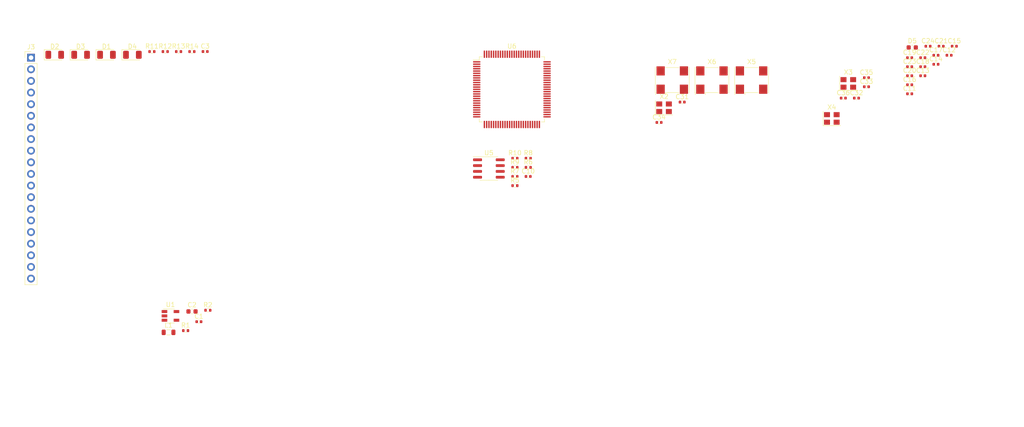
<source format=kicad_pcb>
(kicad_pcb (version 20171130) (host pcbnew 5.99.0+really5.1.10+dfsg1-1+b1)

  (general
    (thickness 1.6)
    (drawings 0)
    (tracks 0)
    (zones 0)
    (modules 52)
    (nets 86)
  )

  (page A4)
  (layers
    (0 F.Cu signal)
    (31 B.Cu signal)
    (32 B.Adhes user)
    (33 F.Adhes user)
    (34 B.Paste user)
    (35 F.Paste user)
    (36 B.SilkS user)
    (37 F.SilkS user)
    (38 B.Mask user)
    (39 F.Mask user)
    (40 Dwgs.User user)
    (41 Cmts.User user)
    (42 Eco1.User user)
    (43 Eco2.User user)
    (44 Edge.Cuts user)
    (45 Margin user)
    (46 B.CrtYd user)
    (47 F.CrtYd user)
    (48 B.Fab user)
    (49 F.Fab user)
  )

  (setup
    (last_trace_width 0.15)
    (trace_clearance 0.15)
    (zone_clearance 0.15)
    (zone_45_only no)
    (trace_min 0.15)
    (via_size 0.5)
    (via_drill 0.25)
    (via_min_size 0.5)
    (via_min_drill 0.25)
    (uvia_size 0.3)
    (uvia_drill 0.1)
    (uvias_allowed no)
    (uvia_min_size 0.2)
    (uvia_min_drill 0.1)
    (edge_width 0.05)
    (segment_width 0.2)
    (pcb_text_width 0.3)
    (pcb_text_size 1.5 1.5)
    (mod_edge_width 0.12)
    (mod_text_size 1 1)
    (mod_text_width 0.15)
    (pad_size 1.524 1.524)
    (pad_drill 0.762)
    (pad_to_mask_clearance 0)
    (aux_axis_origin 0 0)
    (visible_elements FFFFFF7F)
    (pcbplotparams
      (layerselection 0x010f0_ffffffff)
      (usegerberextensions false)
      (usegerberattributes false)
      (usegerberadvancedattributes false)
      (creategerberjobfile false)
      (excludeedgelayer true)
      (linewidth 0.100000)
      (plotframeref false)
      (viasonmask false)
      (mode 1)
      (useauxorigin false)
      (hpglpennumber 1)
      (hpglpenspeed 20)
      (hpglpendiameter 15.000000)
      (psnegative false)
      (psa4output false)
      (plotreference true)
      (plotvalue true)
      (plotinvisibletext false)
      (padsonsilk false)
      (subtractmaskfromsilk false)
      (outputformat 1)
      (mirror false)
      (drillshape 0)
      (scaleselection 1)
      (outputdirectory "../gerber/"))
  )

  (net 0 "")
  (net 1 GND)
  (net 2 +3V3)
  (net 3 +1V2)
  (net 4 CDONE)
  (net 5 "Net-(D1-Pad1)")
  (net 6 IO53)
  (net 7 "Net-(D2-Pad1)")
  (net 8 IO52)
  (net 9 "Net-(D3-Pad1)")
  (net 10 IO51)
  (net 11 "Net-(D4-Pad1)")
  (net 12 "Net-(D5-Pad1)")
  (net 13 IO60)
  (net 14 IO64)
  (net 15 IO59)
  (net 16 SPI_OUT)
  (net 17 SPI_IN)
  (net 18 SPI_CS)
  (net 19 SPI_SCK)
  (net 20 CRESET)
  (net 21 IO54)
  (net 22 IO56)
  (net 23 IO94)
  (net 24 IO95)
  (net 25 IO96)
  (net 26 IO97)
  (net 27 IO99)
  (net 28 IO100)
  (net 29 IO73)
  (net 30 IO74)
  (net 31 IO72)
  (net 32 IO71)
  (net 33 IO78)
  (net 34 IO79)
  (net 35 IO80)
  (net 36 IO81)
  (net 37 IO82)
  (net 38 IO83)
  (net 39 IO85)
  (net 40 IO86)
  (net 41 IO87)
  (net 42 IO89)
  (net 43 IO90)
  (net 44 IO91)
  (net 45 IO93)
  (net 46 "Net-(L1-Pad2)")
  (net 47 "Net-(R1-Pad1)")
  (net 48 "Net-(U6-Pad76)")
  (net 49 IO69)
  (net 50 IO68)
  (net 51 IO66)
  (net 52 IO65)
  (net 53 IO63)
  (net 54 IO62)
  (net 55 IO43)
  (net 56 IO41)
  (net 57 IO40)
  (net 58 IO37)
  (net 59 IO36)
  (net 60 IO34)
  (net 61 IO33)
  (net 62 IO30)
  (net 63 IO29)
  (net 64 IO28)
  (net 65 IO27)
  (net 66 IO26)
  (net 67 "Net-(U6-Pad57)")
  (net 68 IO25_12B)
  (net 69 IO24_12A)
  (net 70 IO21_10B)
  (net 71 IO20_10A)
  (net 72 IO19_8B)
  (net 73 IO18_8A)
  (net 74 IO16_7B)
  (net 75 IO15_7A)
  (net 76 IO13_6B)
  (net 77 IO12_6A)
  (net 78 IO10_5B)
  (net 79 IO9_5A)
  (net 80 IO8_3B)
  (net 81 IO7_3A)
  (net 82 IO4_2B)
  (net 83 IO3_2A)
  (net 84 IO2_1A)
  (net 85 IO1_1A)

  (net_class Default "This is the default net class."
    (clearance 0.15)
    (trace_width 0.15)
    (via_dia 0.5)
    (via_drill 0.25)
    (uvia_dia 0.3)
    (uvia_drill 0.1)
    (add_net +1V2)
    (add_net +3V3)
    (add_net CDONE)
    (add_net CRESET)
    (add_net GND)
    (add_net IO100)
    (add_net IO10_5B)
    (add_net IO12_6A)
    (add_net IO13_6B)
    (add_net IO15_7A)
    (add_net IO16_7B)
    (add_net IO18_8A)
    (add_net IO19_8B)
    (add_net IO1_1A)
    (add_net IO20_10A)
    (add_net IO21_10B)
    (add_net IO24_12A)
    (add_net IO25_12B)
    (add_net IO26)
    (add_net IO27)
    (add_net IO28)
    (add_net IO29)
    (add_net IO2_1A)
    (add_net IO30)
    (add_net IO33)
    (add_net IO34)
    (add_net IO36)
    (add_net IO37)
    (add_net IO3_2A)
    (add_net IO40)
    (add_net IO41)
    (add_net IO43)
    (add_net IO4_2B)
    (add_net IO51)
    (add_net IO52)
    (add_net IO53)
    (add_net IO54)
    (add_net IO56)
    (add_net IO59)
    (add_net IO60)
    (add_net IO62)
    (add_net IO63)
    (add_net IO64)
    (add_net IO65)
    (add_net IO66)
    (add_net IO68)
    (add_net IO69)
    (add_net IO71)
    (add_net IO72)
    (add_net IO73)
    (add_net IO74)
    (add_net IO78)
    (add_net IO79)
    (add_net IO7_3A)
    (add_net IO80)
    (add_net IO81)
    (add_net IO82)
    (add_net IO83)
    (add_net IO85)
    (add_net IO86)
    (add_net IO87)
    (add_net IO89)
    (add_net IO8_3B)
    (add_net IO90)
    (add_net IO91)
    (add_net IO93)
    (add_net IO94)
    (add_net IO95)
    (add_net IO96)
    (add_net IO97)
    (add_net IO99)
    (add_net IO9_5A)
    (add_net "Net-(D1-Pad1)")
    (add_net "Net-(D2-Pad1)")
    (add_net "Net-(D3-Pad1)")
    (add_net "Net-(D4-Pad1)")
    (add_net "Net-(D5-Pad1)")
    (add_net "Net-(L1-Pad2)")
    (add_net "Net-(R1-Pad1)")
    (add_net "Net-(U6-Pad57)")
    (add_net "Net-(U6-Pad76)")
    (add_net SPI_CS)
    (add_net SPI_IN)
    (add_net SPI_OUT)
    (add_net SPI_SCK)
  )

  (module Oscillator:Oscillator_SMD_Abracon_ASV-4Pin_7.0x5.1mm (layer F.Cu) (tedit 58CD3344) (tstamp 618810A1)
    (at 183.78 83.95)
    (descr "Miniature Crystal Clock Oscillator Abracon ASV series, http://www.abracon.com/Oscillators/ASV.pdf, 7.0x5.1mm^2 package")
    (tags "SMD SMT crystal oscillator")
    (path /5E9ED3E9/5E6438F8)
    (attr smd)
    (fp_text reference X7 (at 0 -4) (layer F.SilkS)
      (effects (font (size 1 1) (thickness 0.15)))
    )
    (fp_text value ASV-xxxMHz (at 0 4) (layer F.Fab)
      (effects (font (size 1 1) (thickness 0.15)))
    )
    (fp_text user %R (at 0 0) (layer F.Fab)
      (effects (font (size 1 1) (thickness 0.15)))
    )
    (fp_line (start -3.4 -2.54) (end 3.4 -2.54) (layer F.Fab) (width 0.1))
    (fp_line (start 3.4 -2.54) (end 3.5 -2.44) (layer F.Fab) (width 0.1))
    (fp_line (start 3.5 -2.44) (end 3.5 2.44) (layer F.Fab) (width 0.1))
    (fp_line (start 3.5 2.44) (end 3.4 2.54) (layer F.Fab) (width 0.1))
    (fp_line (start 3.4 2.54) (end -3.4 2.54) (layer F.Fab) (width 0.1))
    (fp_line (start -3.4 2.54) (end -3.5 2.44) (layer F.Fab) (width 0.1))
    (fp_line (start -3.5 2.44) (end -3.5 -2.44) (layer F.Fab) (width 0.1))
    (fp_line (start -3.5 -2.44) (end -3.4 -2.54) (layer F.Fab) (width 0.1))
    (fp_line (start -3.5 1.54) (end -2.5 2.54) (layer F.Fab) (width 0.1))
    (fp_line (start 3.64 -2.74) (end 3.7 -2.74) (layer F.SilkS) (width 0.12))
    (fp_line (start 3.7 -2.74) (end 3.7 2.74) (layer F.SilkS) (width 0.12))
    (fp_line (start 3.7 2.74) (end 3.64 2.74) (layer F.SilkS) (width 0.12))
    (fp_line (start -1.44 -2.74) (end 1.44 -2.74) (layer F.SilkS) (width 0.12))
    (fp_line (start -3.64 3.2) (end -3.64 2.74) (layer F.SilkS) (width 0.12))
    (fp_line (start -3.64 2.74) (end -3.7 2.74) (layer F.SilkS) (width 0.12))
    (fp_line (start -3.7 2.74) (end -3.7 -2.74) (layer F.SilkS) (width 0.12))
    (fp_line (start -3.7 -2.74) (end -3.64 -2.74) (layer F.SilkS) (width 0.12))
    (fp_line (start 1.44 2.74) (end -1.44 2.74) (layer F.SilkS) (width 0.12))
    (fp_line (start -1.44 2.74) (end -1.44 3.2) (layer F.SilkS) (width 0.12))
    (fp_line (start -3.8 -3.3) (end -3.8 3.3) (layer F.CrtYd) (width 0.05))
    (fp_line (start -3.8 3.3) (end 3.8 3.3) (layer F.CrtYd) (width 0.05))
    (fp_line (start 3.8 3.3) (end 3.8 -3.3) (layer F.CrtYd) (width 0.05))
    (fp_line (start 3.8 -3.3) (end -3.8 -3.3) (layer F.CrtYd) (width 0.05))
    (fp_circle (center 0 0) (end 1 0) (layer F.Adhes) (width 0.1))
    (fp_circle (center 0 0) (end 0.833333 0) (layer F.Adhes) (width 0.333333))
    (fp_circle (center 0 0) (end 0.533333 0) (layer F.Adhes) (width 0.333333))
    (fp_circle (center 0 0) (end 0.233333 0) (layer F.Adhes) (width 0.466667))
    (pad 4 smd rect (at -2.54 -2) (size 1.8 2) (layers F.Cu F.Paste F.Mask)
      (net 2 +3V3))
    (pad 3 smd rect (at 2.54 -2) (size 1.8 2) (layers F.Cu F.Paste F.Mask)
      (net 49 IO69))
    (pad 2 smd rect (at 2.54 2) (size 1.8 2) (layers F.Cu F.Paste F.Mask)
      (net 1 GND))
    (pad 1 smd rect (at -2.54 2) (size 1.8 2) (layers F.Cu F.Paste F.Mask)
      (net 2 +3V3))
    (model ${KISYS3DMOD}/Oscillator.3dshapes/Oscillator_SMD_Abracon_ASV-4Pin_7.0x5.1mm.wrl
      (at (xyz 0 0 0))
      (scale (xyz 1 1 1))
      (rotate (xyz 0 0 0))
    )
  )

  (module Oscillator:Oscillator_SMD_Abracon_ASV-4Pin_7.0x5.1mm (layer F.Cu) (tedit 58CD3344) (tstamp 6188107D)
    (at 192.43 83.95)
    (descr "Miniature Crystal Clock Oscillator Abracon ASV series, http://www.abracon.com/Oscillators/ASV.pdf, 7.0x5.1mm^2 package")
    (tags "SMD SMT crystal oscillator")
    (path /5E9ED3E9/5E64DEA5)
    (attr smd)
    (fp_text reference X6 (at 0 -4) (layer F.SilkS)
      (effects (font (size 1 1) (thickness 0.15)))
    )
    (fp_text value ASV-xxxMHz (at 0 4) (layer F.Fab)
      (effects (font (size 1 1) (thickness 0.15)))
    )
    (fp_text user %R (at 0 0) (layer F.Fab)
      (effects (font (size 1 1) (thickness 0.15)))
    )
    (fp_line (start -3.4 -2.54) (end 3.4 -2.54) (layer F.Fab) (width 0.1))
    (fp_line (start 3.4 -2.54) (end 3.5 -2.44) (layer F.Fab) (width 0.1))
    (fp_line (start 3.5 -2.44) (end 3.5 2.44) (layer F.Fab) (width 0.1))
    (fp_line (start 3.5 2.44) (end 3.4 2.54) (layer F.Fab) (width 0.1))
    (fp_line (start 3.4 2.54) (end -3.4 2.54) (layer F.Fab) (width 0.1))
    (fp_line (start -3.4 2.54) (end -3.5 2.44) (layer F.Fab) (width 0.1))
    (fp_line (start -3.5 2.44) (end -3.5 -2.44) (layer F.Fab) (width 0.1))
    (fp_line (start -3.5 -2.44) (end -3.4 -2.54) (layer F.Fab) (width 0.1))
    (fp_line (start -3.5 1.54) (end -2.5 2.54) (layer F.Fab) (width 0.1))
    (fp_line (start 3.64 -2.74) (end 3.7 -2.74) (layer F.SilkS) (width 0.12))
    (fp_line (start 3.7 -2.74) (end 3.7 2.74) (layer F.SilkS) (width 0.12))
    (fp_line (start 3.7 2.74) (end 3.64 2.74) (layer F.SilkS) (width 0.12))
    (fp_line (start -1.44 -2.74) (end 1.44 -2.74) (layer F.SilkS) (width 0.12))
    (fp_line (start -3.64 3.2) (end -3.64 2.74) (layer F.SilkS) (width 0.12))
    (fp_line (start -3.64 2.74) (end -3.7 2.74) (layer F.SilkS) (width 0.12))
    (fp_line (start -3.7 2.74) (end -3.7 -2.74) (layer F.SilkS) (width 0.12))
    (fp_line (start -3.7 -2.74) (end -3.64 -2.74) (layer F.SilkS) (width 0.12))
    (fp_line (start 1.44 2.74) (end -1.44 2.74) (layer F.SilkS) (width 0.12))
    (fp_line (start -1.44 2.74) (end -1.44 3.2) (layer F.SilkS) (width 0.12))
    (fp_line (start -3.8 -3.3) (end -3.8 3.3) (layer F.CrtYd) (width 0.05))
    (fp_line (start -3.8 3.3) (end 3.8 3.3) (layer F.CrtYd) (width 0.05))
    (fp_line (start 3.8 3.3) (end 3.8 -3.3) (layer F.CrtYd) (width 0.05))
    (fp_line (start 3.8 -3.3) (end -3.8 -3.3) (layer F.CrtYd) (width 0.05))
    (fp_circle (center 0 0) (end 1 0) (layer F.Adhes) (width 0.1))
    (fp_circle (center 0 0) (end 0.833333 0) (layer F.Adhes) (width 0.333333))
    (fp_circle (center 0 0) (end 0.533333 0) (layer F.Adhes) (width 0.333333))
    (fp_circle (center 0 0) (end 0.233333 0) (layer F.Adhes) (width 0.466667))
    (pad 4 smd rect (at -2.54 -2) (size 1.8 2) (layers F.Cu F.Paste F.Mask)
      (net 2 +3V3))
    (pad 3 smd rect (at 2.54 -2) (size 1.8 2) (layers F.Cu F.Paste F.Mask)
      (net 50 IO68))
    (pad 2 smd rect (at 2.54 2) (size 1.8 2) (layers F.Cu F.Paste F.Mask)
      (net 1 GND))
    (pad 1 smd rect (at -2.54 2) (size 1.8 2) (layers F.Cu F.Paste F.Mask)
      (net 2 +3V3))
    (model ${KISYS3DMOD}/Oscillator.3dshapes/Oscillator_SMD_Abracon_ASV-4Pin_7.0x5.1mm.wrl
      (at (xyz 0 0 0))
      (scale (xyz 1 1 1))
      (rotate (xyz 0 0 0))
    )
  )

  (module Oscillator:Oscillator_SMD_Abracon_ASV-4Pin_7.0x5.1mm (layer F.Cu) (tedit 58CD3344) (tstamp 61881059)
    (at 201.08 83.95)
    (descr "Miniature Crystal Clock Oscillator Abracon ASV series, http://www.abracon.com/Oscillators/ASV.pdf, 7.0x5.1mm^2 package")
    (tags "SMD SMT crystal oscillator")
    (path /5E9ED3E9/5E64FFD0)
    (attr smd)
    (fp_text reference X5 (at 0 -4) (layer F.SilkS)
      (effects (font (size 1 1) (thickness 0.15)))
    )
    (fp_text value ASV-xxxMHz (at 0 4) (layer F.Fab)
      (effects (font (size 1 1) (thickness 0.15)))
    )
    (fp_text user %R (at 0 0) (layer F.Fab)
      (effects (font (size 1 1) (thickness 0.15)))
    )
    (fp_line (start -3.4 -2.54) (end 3.4 -2.54) (layer F.Fab) (width 0.1))
    (fp_line (start 3.4 -2.54) (end 3.5 -2.44) (layer F.Fab) (width 0.1))
    (fp_line (start 3.5 -2.44) (end 3.5 2.44) (layer F.Fab) (width 0.1))
    (fp_line (start 3.5 2.44) (end 3.4 2.54) (layer F.Fab) (width 0.1))
    (fp_line (start 3.4 2.54) (end -3.4 2.54) (layer F.Fab) (width 0.1))
    (fp_line (start -3.4 2.54) (end -3.5 2.44) (layer F.Fab) (width 0.1))
    (fp_line (start -3.5 2.44) (end -3.5 -2.44) (layer F.Fab) (width 0.1))
    (fp_line (start -3.5 -2.44) (end -3.4 -2.54) (layer F.Fab) (width 0.1))
    (fp_line (start -3.5 1.54) (end -2.5 2.54) (layer F.Fab) (width 0.1))
    (fp_line (start 3.64 -2.74) (end 3.7 -2.74) (layer F.SilkS) (width 0.12))
    (fp_line (start 3.7 -2.74) (end 3.7 2.74) (layer F.SilkS) (width 0.12))
    (fp_line (start 3.7 2.74) (end 3.64 2.74) (layer F.SilkS) (width 0.12))
    (fp_line (start -1.44 -2.74) (end 1.44 -2.74) (layer F.SilkS) (width 0.12))
    (fp_line (start -3.64 3.2) (end -3.64 2.74) (layer F.SilkS) (width 0.12))
    (fp_line (start -3.64 2.74) (end -3.7 2.74) (layer F.SilkS) (width 0.12))
    (fp_line (start -3.7 2.74) (end -3.7 -2.74) (layer F.SilkS) (width 0.12))
    (fp_line (start -3.7 -2.74) (end -3.64 -2.74) (layer F.SilkS) (width 0.12))
    (fp_line (start 1.44 2.74) (end -1.44 2.74) (layer F.SilkS) (width 0.12))
    (fp_line (start -1.44 2.74) (end -1.44 3.2) (layer F.SilkS) (width 0.12))
    (fp_line (start -3.8 -3.3) (end -3.8 3.3) (layer F.CrtYd) (width 0.05))
    (fp_line (start -3.8 3.3) (end 3.8 3.3) (layer F.CrtYd) (width 0.05))
    (fp_line (start 3.8 3.3) (end 3.8 -3.3) (layer F.CrtYd) (width 0.05))
    (fp_line (start 3.8 -3.3) (end -3.8 -3.3) (layer F.CrtYd) (width 0.05))
    (fp_circle (center 0 0) (end 1 0) (layer F.Adhes) (width 0.1))
    (fp_circle (center 0 0) (end 0.833333 0) (layer F.Adhes) (width 0.333333))
    (fp_circle (center 0 0) (end 0.533333 0) (layer F.Adhes) (width 0.333333))
    (fp_circle (center 0 0) (end 0.233333 0) (layer F.Adhes) (width 0.466667))
    (pad 4 smd rect (at -2.54 -2) (size 1.8 2) (layers F.Cu F.Paste F.Mask)
      (net 2 +3V3))
    (pad 3 smd rect (at 2.54 -2) (size 1.8 2) (layers F.Cu F.Paste F.Mask)
      (net 53 IO63))
    (pad 2 smd rect (at 2.54 2) (size 1.8 2) (layers F.Cu F.Paste F.Mask)
      (net 1 GND))
    (pad 1 smd rect (at -2.54 2) (size 1.8 2) (layers F.Cu F.Paste F.Mask)
      (net 2 +3V3))
    (model ${KISYS3DMOD}/Oscillator.3dshapes/Oscillator_SMD_Abracon_ASV-4Pin_7.0x5.1mm.wrl
      (at (xyz 0 0 0))
      (scale (xyz 1 1 1))
      (rotate (xyz 0 0 0))
    )
  )

  (module Oscillator:Oscillator_SMD_Abracon_ASE-4Pin_3.2x2.5mm (layer F.Cu) (tedit 58CD3344) (tstamp 61880FC9)
    (at 181.98 90)
    (descr "Miniature Crystal Clock Oscillator Abracon ASE series, http://www.abracon.com/Oscillators/ASEseries.pdf, 3.2x2.5mm^2 package")
    (tags "SMD SMT crystal oscillator")
    (path /5E9ED3E9/5E646F30)
    (attr smd)
    (fp_text reference X2 (at 0 -2.45) (layer F.SilkS)
      (effects (font (size 1 1) (thickness 0.15)))
    )
    (fp_text value ASE-10MHz (at 0 2.45) (layer F.Fab)
      (effects (font (size 1 1) (thickness 0.15)))
    )
    (fp_text user %R (at 0 0) (layer F.Fab)
      (effects (font (size 0.7 0.7) (thickness 0.105)))
    )
    (fp_line (start -1.5 -1.25) (end 1.5 -1.25) (layer F.Fab) (width 0.1))
    (fp_line (start 1.5 -1.25) (end 1.6 -1.15) (layer F.Fab) (width 0.1))
    (fp_line (start 1.6 -1.15) (end 1.6 1.15) (layer F.Fab) (width 0.1))
    (fp_line (start 1.6 1.15) (end 1.5 1.25) (layer F.Fab) (width 0.1))
    (fp_line (start 1.5 1.25) (end -1.5 1.25) (layer F.Fab) (width 0.1))
    (fp_line (start -1.5 1.25) (end -1.6 1.15) (layer F.Fab) (width 0.1))
    (fp_line (start -1.6 1.15) (end -1.6 -1.15) (layer F.Fab) (width 0.1))
    (fp_line (start -1.6 -1.15) (end -1.5 -1.25) (layer F.Fab) (width 0.1))
    (fp_line (start -1.6 0.25) (end -0.6 1.25) (layer F.Fab) (width 0.1))
    (fp_line (start -1.9 -1.575) (end -1.9 1.575) (layer F.SilkS) (width 0.12))
    (fp_line (start -1.9 1.575) (end 1.9 1.575) (layer F.SilkS) (width 0.12))
    (fp_line (start -2 -1.7) (end -2 1.7) (layer F.CrtYd) (width 0.05))
    (fp_line (start -2 1.7) (end 2 1.7) (layer F.CrtYd) (width 0.05))
    (fp_line (start 2 1.7) (end 2 -1.7) (layer F.CrtYd) (width 0.05))
    (fp_line (start 2 -1.7) (end -2 -1.7) (layer F.CrtYd) (width 0.05))
    (fp_circle (center 0 0) (end 0.25 0) (layer F.Adhes) (width 0.1))
    (fp_circle (center 0 0) (end 0.208333 0) (layer F.Adhes) (width 0.083333))
    (fp_circle (center 0 0) (end 0.133333 0) (layer F.Adhes) (width 0.083333))
    (fp_circle (center 0 0) (end 0.058333 0) (layer F.Adhes) (width 0.116667))
    (pad 4 smd rect (at -1.05 -0.825) (size 1.3 1.1) (layers F.Cu F.Paste F.Mask)
      (net 2 +3V3))
    (pad 3 smd rect (at 1.05 -0.825) (size 1.3 1.1) (layers F.Cu F.Paste F.Mask)
      (net 52 IO65))
    (pad 2 smd rect (at 1.05 0.825) (size 1.3 1.1) (layers F.Cu F.Paste F.Mask)
      (net 1 GND))
    (pad 1 smd rect (at -1.05 0.825) (size 1.3 1.1) (layers F.Cu F.Paste F.Mask)
      (net 2 +3V3))
    (model ${KISYS3DMOD}/Oscillator.3dshapes/Oscillator_SMD_Abracon_ASE-4Pin_3.2x2.5mm.wrl
      (at (xyz 0 0 0))
      (scale (xyz 1 1 1))
      (rotate (xyz 0 0 0))
    )
  )

  (module Package_QFP:LQFP-100_14x14mm_P0.5mm (layer F.Cu) (tedit 5D9F72B0) (tstamp 61880FAD)
    (at 148.78 85.98)
    (descr "LQFP, 100 Pin (https://www.nxp.com/docs/en/package-information/SOT407-1.pdf), generated with kicad-footprint-generator ipc_gullwing_generator.py")
    (tags "LQFP QFP")
    (path /5E9ED388/5E65E69D)
    (attr smd)
    (fp_text reference U6 (at 0 -9.42) (layer F.SilkS)
      (effects (font (size 1 1) (thickness 0.15)))
    )
    (fp_text value "ICE40HX1K-VQ100(VQFP100)" (at 0 9.42) (layer F.Fab)
      (effects (font (size 1 1) (thickness 0.15)))
    )
    (fp_text user %R (at 0 0) (layer F.Fab)
      (effects (font (size 1 1) (thickness 0.15)))
    )
    (fp_line (start 6.41 7.11) (end 7.11 7.11) (layer F.SilkS) (width 0.12))
    (fp_line (start 7.11 7.11) (end 7.11 6.41) (layer F.SilkS) (width 0.12))
    (fp_line (start -6.41 7.11) (end -7.11 7.11) (layer F.SilkS) (width 0.12))
    (fp_line (start -7.11 7.11) (end -7.11 6.41) (layer F.SilkS) (width 0.12))
    (fp_line (start 6.41 -7.11) (end 7.11 -7.11) (layer F.SilkS) (width 0.12))
    (fp_line (start 7.11 -7.11) (end 7.11 -6.41) (layer F.SilkS) (width 0.12))
    (fp_line (start -6.41 -7.11) (end -7.11 -7.11) (layer F.SilkS) (width 0.12))
    (fp_line (start -7.11 -7.11) (end -7.11 -6.41) (layer F.SilkS) (width 0.12))
    (fp_line (start -7.11 -6.41) (end -8.475 -6.41) (layer F.SilkS) (width 0.12))
    (fp_line (start -6 -7) (end 7 -7) (layer F.Fab) (width 0.1))
    (fp_line (start 7 -7) (end 7 7) (layer F.Fab) (width 0.1))
    (fp_line (start 7 7) (end -7 7) (layer F.Fab) (width 0.1))
    (fp_line (start -7 7) (end -7 -6) (layer F.Fab) (width 0.1))
    (fp_line (start -7 -6) (end -6 -7) (layer F.Fab) (width 0.1))
    (fp_line (start 0 -8.72) (end -6.4 -8.72) (layer F.CrtYd) (width 0.05))
    (fp_line (start -6.4 -8.72) (end -6.4 -7.25) (layer F.CrtYd) (width 0.05))
    (fp_line (start -6.4 -7.25) (end -7.25 -7.25) (layer F.CrtYd) (width 0.05))
    (fp_line (start -7.25 -7.25) (end -7.25 -6.4) (layer F.CrtYd) (width 0.05))
    (fp_line (start -7.25 -6.4) (end -8.72 -6.4) (layer F.CrtYd) (width 0.05))
    (fp_line (start -8.72 -6.4) (end -8.72 0) (layer F.CrtYd) (width 0.05))
    (fp_line (start 0 -8.72) (end 6.4 -8.72) (layer F.CrtYd) (width 0.05))
    (fp_line (start 6.4 -8.72) (end 6.4 -7.25) (layer F.CrtYd) (width 0.05))
    (fp_line (start 6.4 -7.25) (end 7.25 -7.25) (layer F.CrtYd) (width 0.05))
    (fp_line (start 7.25 -7.25) (end 7.25 -6.4) (layer F.CrtYd) (width 0.05))
    (fp_line (start 7.25 -6.4) (end 8.72 -6.4) (layer F.CrtYd) (width 0.05))
    (fp_line (start 8.72 -6.4) (end 8.72 0) (layer F.CrtYd) (width 0.05))
    (fp_line (start 0 8.72) (end -6.4 8.72) (layer F.CrtYd) (width 0.05))
    (fp_line (start -6.4 8.72) (end -6.4 7.25) (layer F.CrtYd) (width 0.05))
    (fp_line (start -6.4 7.25) (end -7.25 7.25) (layer F.CrtYd) (width 0.05))
    (fp_line (start -7.25 7.25) (end -7.25 6.4) (layer F.CrtYd) (width 0.05))
    (fp_line (start -7.25 6.4) (end -8.72 6.4) (layer F.CrtYd) (width 0.05))
    (fp_line (start -8.72 6.4) (end -8.72 0) (layer F.CrtYd) (width 0.05))
    (fp_line (start 0 8.72) (end 6.4 8.72) (layer F.CrtYd) (width 0.05))
    (fp_line (start 6.4 8.72) (end 6.4 7.25) (layer F.CrtYd) (width 0.05))
    (fp_line (start 6.4 7.25) (end 7.25 7.25) (layer F.CrtYd) (width 0.05))
    (fp_line (start 7.25 7.25) (end 7.25 6.4) (layer F.CrtYd) (width 0.05))
    (fp_line (start 7.25 6.4) (end 8.72 6.4) (layer F.CrtYd) (width 0.05))
    (fp_line (start 8.72 6.4) (end 8.72 0) (layer F.CrtYd) (width 0.05))
    (pad 100 smd roundrect (at -6 -7.675) (size 0.3 1.6) (layers F.Cu F.Paste F.Mask) (roundrect_rratio 0.25)
      (net 28 IO100))
    (pad 99 smd roundrect (at -5.5 -7.675) (size 0.3 1.6) (layers F.Cu F.Paste F.Mask) (roundrect_rratio 0.25)
      (net 27 IO99))
    (pad 98 smd roundrect (at -5 -7.675) (size 0.3 1.6) (layers F.Cu F.Paste F.Mask) (roundrect_rratio 0.25)
      (net 1 GND))
    (pad 97 smd roundrect (at -4.5 -7.675) (size 0.3 1.6) (layers F.Cu F.Paste F.Mask) (roundrect_rratio 0.25)
      (net 26 IO97))
    (pad 96 smd roundrect (at -4 -7.675) (size 0.3 1.6) (layers F.Cu F.Paste F.Mask) (roundrect_rratio 0.25)
      (net 25 IO96))
    (pad 95 smd roundrect (at -3.5 -7.675) (size 0.3 1.6) (layers F.Cu F.Paste F.Mask) (roundrect_rratio 0.25)
      (net 24 IO95))
    (pad 94 smd roundrect (at -3 -7.675) (size 0.3 1.6) (layers F.Cu F.Paste F.Mask) (roundrect_rratio 0.25)
      (net 23 IO94))
    (pad 93 smd roundrect (at -2.5 -7.675) (size 0.3 1.6) (layers F.Cu F.Paste F.Mask) (roundrect_rratio 0.25)
      (net 45 IO93))
    (pad 92 smd roundrect (at -2 -7.675) (size 0.3 1.6) (layers F.Cu F.Paste F.Mask) (roundrect_rratio 0.25)
      (net 2 +3V3))
    (pad 91 smd roundrect (at -1.5 -7.675) (size 0.3 1.6) (layers F.Cu F.Paste F.Mask) (roundrect_rratio 0.25)
      (net 44 IO91))
    (pad 90 smd roundrect (at -1 -7.675) (size 0.3 1.6) (layers F.Cu F.Paste F.Mask) (roundrect_rratio 0.25)
      (net 43 IO90))
    (pad 89 smd roundrect (at -0.5 -7.675) (size 0.3 1.6) (layers F.Cu F.Paste F.Mask) (roundrect_rratio 0.25)
      (net 42 IO89))
    (pad 88 smd roundrect (at 0 -7.675) (size 0.3 1.6) (layers F.Cu F.Paste F.Mask) (roundrect_rratio 0.25)
      (net 2 +3V3))
    (pad 87 smd roundrect (at 0.5 -7.675) (size 0.3 1.6) (layers F.Cu F.Paste F.Mask) (roundrect_rratio 0.25)
      (net 41 IO87))
    (pad 86 smd roundrect (at 1 -7.675) (size 0.3 1.6) (layers F.Cu F.Paste F.Mask) (roundrect_rratio 0.25)
      (net 40 IO86))
    (pad 85 smd roundrect (at 1.5 -7.675) (size 0.3 1.6) (layers F.Cu F.Paste F.Mask) (roundrect_rratio 0.25)
      (net 39 IO85))
    (pad 84 smd roundrect (at 2 -7.675) (size 0.3 1.6) (layers F.Cu F.Paste F.Mask) (roundrect_rratio 0.25)
      (net 1 GND))
    (pad 83 smd roundrect (at 2.5 -7.675) (size 0.3 1.6) (layers F.Cu F.Paste F.Mask) (roundrect_rratio 0.25)
      (net 38 IO83))
    (pad 82 smd roundrect (at 3 -7.675) (size 0.3 1.6) (layers F.Cu F.Paste F.Mask) (roundrect_rratio 0.25)
      (net 37 IO82))
    (pad 81 smd roundrect (at 3.5 -7.675) (size 0.3 1.6) (layers F.Cu F.Paste F.Mask) (roundrect_rratio 0.25)
      (net 36 IO81))
    (pad 80 smd roundrect (at 4 -7.675) (size 0.3 1.6) (layers F.Cu F.Paste F.Mask) (roundrect_rratio 0.25)
      (net 35 IO80))
    (pad 79 smd roundrect (at 4.5 -7.675) (size 0.3 1.6) (layers F.Cu F.Paste F.Mask) (roundrect_rratio 0.25)
      (net 34 IO79))
    (pad 78 smd roundrect (at 5 -7.675) (size 0.3 1.6) (layers F.Cu F.Paste F.Mask) (roundrect_rratio 0.25)
      (net 33 IO78))
    (pad 77 smd roundrect (at 5.5 -7.675) (size 0.3 1.6) (layers F.Cu F.Paste F.Mask) (roundrect_rratio 0.25)
      (net 3 +1V2))
    (pad 76 smd roundrect (at 6 -7.675) (size 0.3 1.6) (layers F.Cu F.Paste F.Mask) (roundrect_rratio 0.25)
      (net 48 "Net-(U6-Pad76)"))
    (pad 75 smd roundrect (at 7.675 -6) (size 1.6 0.3) (layers F.Cu F.Paste F.Mask) (roundrect_rratio 0.25)
      (net 12 "Net-(D5-Pad1)"))
    (pad 74 smd roundrect (at 7.675 -5.5) (size 1.6 0.3) (layers F.Cu F.Paste F.Mask) (roundrect_rratio 0.25)
      (net 30 IO74))
    (pad 73 smd roundrect (at 7.675 -5) (size 1.6 0.3) (layers F.Cu F.Paste F.Mask) (roundrect_rratio 0.25)
      (net 29 IO73))
    (pad 72 smd roundrect (at 7.675 -4.5) (size 1.6 0.3) (layers F.Cu F.Paste F.Mask) (roundrect_rratio 0.25)
      (net 31 IO72))
    (pad 71 smd roundrect (at 7.675 -4) (size 1.6 0.3) (layers F.Cu F.Paste F.Mask) (roundrect_rratio 0.25)
      (net 32 IO71))
    (pad 70 smd roundrect (at 7.675 -3.5) (size 1.6 0.3) (layers F.Cu F.Paste F.Mask) (roundrect_rratio 0.25)
      (net 1 GND))
    (pad 69 smd roundrect (at 7.675 -3) (size 1.6 0.3) (layers F.Cu F.Paste F.Mask) (roundrect_rratio 0.25)
      (net 49 IO69))
    (pad 68 smd roundrect (at 7.675 -2.5) (size 1.6 0.3) (layers F.Cu F.Paste F.Mask) (roundrect_rratio 0.25)
      (net 50 IO68))
    (pad 67 smd roundrect (at 7.675 -2) (size 1.6 0.3) (layers F.Cu F.Paste F.Mask) (roundrect_rratio 0.25)
      (net 2 +3V3))
    (pad 66 smd roundrect (at 7.675 -1.5) (size 1.6 0.3) (layers F.Cu F.Paste F.Mask) (roundrect_rratio 0.25)
      (net 51 IO66))
    (pad 65 smd roundrect (at 7.675 -1) (size 1.6 0.3) (layers F.Cu F.Paste F.Mask) (roundrect_rratio 0.25)
      (net 52 IO65))
    (pad 64 smd roundrect (at 7.675 -0.5) (size 1.6 0.3) (layers F.Cu F.Paste F.Mask) (roundrect_rratio 0.25)
      (net 14 IO64))
    (pad 63 smd roundrect (at 7.675 0) (size 1.6 0.3) (layers F.Cu F.Paste F.Mask) (roundrect_rratio 0.25)
      (net 53 IO63))
    (pad 62 smd roundrect (at 7.675 0.5) (size 1.6 0.3) (layers F.Cu F.Paste F.Mask) (roundrect_rratio 0.25)
      (net 54 IO62))
    (pad 61 smd roundrect (at 7.675 1) (size 1.6 0.3) (layers F.Cu F.Paste F.Mask) (roundrect_rratio 0.25)
      (net 3 +1V2))
    (pad 60 smd roundrect (at 7.675 1.5) (size 1.6 0.3) (layers F.Cu F.Paste F.Mask) (roundrect_rratio 0.25)
      (net 13 IO60))
    (pad 59 smd roundrect (at 7.675 2) (size 1.6 0.3) (layers F.Cu F.Paste F.Mask) (roundrect_rratio 0.25)
      (net 15 IO59))
    (pad 58 smd roundrect (at 7.675 2.5) (size 1.6 0.3) (layers F.Cu F.Paste F.Mask) (roundrect_rratio 0.25)
      (net 2 +3V3))
    (pad 57 smd roundrect (at 7.675 3) (size 1.6 0.3) (layers F.Cu F.Paste F.Mask) (roundrect_rratio 0.25)
      (net 67 "Net-(U6-Pad57)"))
    (pad 56 smd roundrect (at 7.675 3.5) (size 1.6 0.3) (layers F.Cu F.Paste F.Mask) (roundrect_rratio 0.25)
      (net 22 IO56))
    (pad 55 smd roundrect (at 7.675 4) (size 1.6 0.3) (layers F.Cu F.Paste F.Mask) (roundrect_rratio 0.25)
      (net 1 GND))
    (pad 54 smd roundrect (at 7.675 4.5) (size 1.6 0.3) (layers F.Cu F.Paste F.Mask) (roundrect_rratio 0.25)
      (net 21 IO54))
    (pad 53 smd roundrect (at 7.675 5) (size 1.6 0.3) (layers F.Cu F.Paste F.Mask) (roundrect_rratio 0.25)
      (net 6 IO53))
    (pad 52 smd roundrect (at 7.675 5.5) (size 1.6 0.3) (layers F.Cu F.Paste F.Mask) (roundrect_rratio 0.25)
      (net 8 IO52))
    (pad 51 smd roundrect (at 7.675 6) (size 1.6 0.3) (layers F.Cu F.Paste F.Mask) (roundrect_rratio 0.25)
      (net 10 IO51))
    (pad 50 smd roundrect (at 6 7.675) (size 0.3 1.6) (layers F.Cu F.Paste F.Mask) (roundrect_rratio 0.25)
      (net 2 +3V3))
    (pad 49 smd roundrect (at 5.5 7.675) (size 0.3 1.6) (layers F.Cu F.Paste F.Mask) (roundrect_rratio 0.25)
      (net 18 SPI_CS))
    (pad 48 smd roundrect (at 5 7.675) (size 0.3 1.6) (layers F.Cu F.Paste F.Mask) (roundrect_rratio 0.25)
      (net 19 SPI_SCK))
    (pad 47 smd roundrect (at 4.5 7.675) (size 0.3 1.6) (layers F.Cu F.Paste F.Mask) (roundrect_rratio 0.25)
      (net 1 GND))
    (pad 46 smd roundrect (at 4 7.675) (size 0.3 1.6) (layers F.Cu F.Paste F.Mask) (roundrect_rratio 0.25)
      (net 17 SPI_IN))
    (pad 45 smd roundrect (at 3.5 7.675) (size 0.3 1.6) (layers F.Cu F.Paste F.Mask) (roundrect_rratio 0.25)
      (net 16 SPI_OUT))
    (pad 44 smd roundrect (at 3 7.675) (size 0.3 1.6) (layers F.Cu F.Paste F.Mask) (roundrect_rratio 0.25)
      (net 20 CRESET))
    (pad 43 smd roundrect (at 2.5 7.675) (size 0.3 1.6) (layers F.Cu F.Paste F.Mask) (roundrect_rratio 0.25)
      (net 4 CDONE))
    (pad 42 smd roundrect (at 2 7.675) (size 0.3 1.6) (layers F.Cu F.Paste F.Mask) (roundrect_rratio 0.25)
      (net 55 IO43))
    (pad 41 smd roundrect (at 1.5 7.675) (size 0.3 1.6) (layers F.Cu F.Paste F.Mask) (roundrect_rratio 0.25)
      (net 56 IO41))
    (pad 40 smd roundrect (at 1 7.675) (size 0.3 1.6) (layers F.Cu F.Paste F.Mask) (roundrect_rratio 0.25)
      (net 57 IO40))
    (pad 39 smd roundrect (at 0.5 7.675) (size 0.3 1.6) (layers F.Cu F.Paste F.Mask) (roundrect_rratio 0.25)
      (net 1 GND))
    (pad 38 smd roundrect (at 0 7.675) (size 0.3 1.6) (layers F.Cu F.Paste F.Mask) (roundrect_rratio 0.25)
      (net 2 +3V3))
    (pad 37 smd roundrect (at -0.5 7.675) (size 0.3 1.6) (layers F.Cu F.Paste F.Mask) (roundrect_rratio 0.25)
      (net 58 IO37))
    (pad 36 smd roundrect (at -1 7.675) (size 0.3 1.6) (layers F.Cu F.Paste F.Mask) (roundrect_rratio 0.25)
      (net 59 IO36))
    (pad 35 smd roundrect (at -1.5 7.675) (size 0.3 1.6) (layers F.Cu F.Paste F.Mask) (roundrect_rratio 0.25)
      (net 3 +1V2))
    (pad 34 smd roundrect (at -2 7.675) (size 0.3 1.6) (layers F.Cu F.Paste F.Mask) (roundrect_rratio 0.25)
      (net 60 IO34))
    (pad 33 smd roundrect (at -2.5 7.675) (size 0.3 1.6) (layers F.Cu F.Paste F.Mask) (roundrect_rratio 0.25)
      (net 61 IO33))
    (pad 32 smd roundrect (at -3 7.675) (size 0.3 1.6) (layers F.Cu F.Paste F.Mask) (roundrect_rratio 0.25)
      (net 1 GND))
    (pad 31 smd roundrect (at -3.5 7.675) (size 0.3 1.6) (layers F.Cu F.Paste F.Mask) (roundrect_rratio 0.25)
      (net 2 +3V3))
    (pad 30 smd roundrect (at -4 7.675) (size 0.3 1.6) (layers F.Cu F.Paste F.Mask) (roundrect_rratio 0.25)
      (net 62 IO30))
    (pad 29 smd roundrect (at -4.5 7.675) (size 0.3 1.6) (layers F.Cu F.Paste F.Mask) (roundrect_rratio 0.25)
      (net 63 IO29))
    (pad 28 smd roundrect (at -5 7.675) (size 0.3 1.6) (layers F.Cu F.Paste F.Mask) (roundrect_rratio 0.25)
      (net 64 IO28))
    (pad 27 smd roundrect (at -5.5 7.675) (size 0.3 1.6) (layers F.Cu F.Paste F.Mask) (roundrect_rratio 0.25)
      (net 65 IO27))
    (pad 26 smd roundrect (at -6 7.675) (size 0.3 1.6) (layers F.Cu F.Paste F.Mask) (roundrect_rratio 0.25)
      (net 66 IO26))
    (pad 25 smd roundrect (at -7.675 6) (size 1.6 0.3) (layers F.Cu F.Paste F.Mask) (roundrect_rratio 0.25)
      (net 68 IO25_12B))
    (pad 24 smd roundrect (at -7.675 5.5) (size 1.6 0.3) (layers F.Cu F.Paste F.Mask) (roundrect_rratio 0.25)
      (net 69 IO24_12A))
    (pad 23 smd roundrect (at -7.675 5) (size 1.6 0.3) (layers F.Cu F.Paste F.Mask) (roundrect_rratio 0.25)
      (net 1 GND))
    (pad 22 smd roundrect (at -7.675 4.5) (size 1.6 0.3) (layers F.Cu F.Paste F.Mask) (roundrect_rratio 0.25)
      (net 2 +3V3))
    (pad 21 smd roundrect (at -7.675 4) (size 1.6 0.3) (layers F.Cu F.Paste F.Mask) (roundrect_rratio 0.25)
      (net 70 IO21_10B))
    (pad 20 smd roundrect (at -7.675 3.5) (size 1.6 0.3) (layers F.Cu F.Paste F.Mask) (roundrect_rratio 0.25)
      (net 71 IO20_10A))
    (pad 19 smd roundrect (at -7.675 3) (size 1.6 0.3) (layers F.Cu F.Paste F.Mask) (roundrect_rratio 0.25)
      (net 72 IO19_8B))
    (pad 18 smd roundrect (at -7.675 2.5) (size 1.6 0.3) (layers F.Cu F.Paste F.Mask) (roundrect_rratio 0.25)
      (net 73 IO18_8A))
    (pad 17 smd roundrect (at -7.675 2) (size 1.6 0.3) (layers F.Cu F.Paste F.Mask) (roundrect_rratio 0.25)
      (net 1 GND))
    (pad 16 smd roundrect (at -7.675 1.5) (size 1.6 0.3) (layers F.Cu F.Paste F.Mask) (roundrect_rratio 0.25)
      (net 74 IO16_7B))
    (pad 15 smd roundrect (at -7.675 1) (size 1.6 0.3) (layers F.Cu F.Paste F.Mask) (roundrect_rratio 0.25)
      (net 75 IO15_7A))
    (pad 14 smd roundrect (at -7.675 0.5) (size 1.6 0.3) (layers F.Cu F.Paste F.Mask) (roundrect_rratio 0.25)
      (net 2 +3V3))
    (pad 13 smd roundrect (at -7.675 0) (size 1.6 0.3) (layers F.Cu F.Paste F.Mask) (roundrect_rratio 0.25)
      (net 76 IO13_6B))
    (pad 12 smd roundrect (at -7.675 -0.5) (size 1.6 0.3) (layers F.Cu F.Paste F.Mask) (roundrect_rratio 0.25)
      (net 77 IO12_6A))
    (pad 11 smd roundrect (at -7.675 -1) (size 1.6 0.3) (layers F.Cu F.Paste F.Mask) (roundrect_rratio 0.25)
      (net 3 +1V2))
    (pad 10 smd roundrect (at -7.675 -1.5) (size 1.6 0.3) (layers F.Cu F.Paste F.Mask) (roundrect_rratio 0.25)
      (net 78 IO10_5B))
    (pad 9 smd roundrect (at -7.675 -2) (size 1.6 0.3) (layers F.Cu F.Paste F.Mask) (roundrect_rratio 0.25)
      (net 79 IO9_5A))
    (pad 8 smd roundrect (at -7.675 -2.5) (size 1.6 0.3) (layers F.Cu F.Paste F.Mask) (roundrect_rratio 0.25)
      (net 80 IO8_3B))
    (pad 7 smd roundrect (at -7.675 -3) (size 1.6 0.3) (layers F.Cu F.Paste F.Mask) (roundrect_rratio 0.25)
      (net 81 IO7_3A))
    (pad 6 smd roundrect (at -7.675 -3.5) (size 1.6 0.3) (layers F.Cu F.Paste F.Mask) (roundrect_rratio 0.25)
      (net 2 +3V3))
    (pad 5 smd roundrect (at -7.675 -4) (size 1.6 0.3) (layers F.Cu F.Paste F.Mask) (roundrect_rratio 0.25)
      (net 1 GND))
    (pad 4 smd roundrect (at -7.675 -4.5) (size 1.6 0.3) (layers F.Cu F.Paste F.Mask) (roundrect_rratio 0.25)
      (net 82 IO4_2B))
    (pad 3 smd roundrect (at -7.675 -5) (size 1.6 0.3) (layers F.Cu F.Paste F.Mask) (roundrect_rratio 0.25)
      (net 83 IO3_2A))
    (pad 2 smd roundrect (at -7.675 -5.5) (size 1.6 0.3) (layers F.Cu F.Paste F.Mask) (roundrect_rratio 0.25)
      (net 84 IO2_1A))
    (pad 1 smd roundrect (at -7.675 -6) (size 1.6 0.3) (layers F.Cu F.Paste F.Mask) (roundrect_rratio 0.25)
      (net 85 IO1_1A))
    (model ${KISYS3DMOD}/Package_QFP.3dshapes/LQFP-100_14x14mm_P0.5mm.wrl
      (at (xyz 0 0 0))
      (scale (xyz 1 1 1))
      (rotate (xyz 0 0 0))
    )
  )

  (module Package_SO:SOIC-8_3.9x4.9mm_P1.27mm (layer F.Cu) (tedit 5D9F72B1) (tstamp 61880F1E)
    (at 143.76 103.27)
    (descr "SOIC, 8 Pin (JEDEC MS-012AA, https://www.analog.com/media/en/package-pcb-resources/package/pkg_pdf/soic_narrow-r/r_8.pdf), generated with kicad-footprint-generator ipc_gullwing_generator.py")
    (tags "SOIC SO")
    (path /5E9ED365/5E610BE8)
    (attr smd)
    (fp_text reference U5 (at 0 -3.4) (layer F.SilkS)
      (effects (font (size 1 1) (thickness 0.15)))
    )
    (fp_text value AT25SF081-SSHD-X (at 0 3.4) (layer F.Fab)
      (effects (font (size 1 1) (thickness 0.15)))
    )
    (fp_text user %R (at 0 0) (layer F.Fab)
      (effects (font (size 0.98 0.98) (thickness 0.15)))
    )
    (fp_line (start 0 2.56) (end 1.95 2.56) (layer F.SilkS) (width 0.12))
    (fp_line (start 0 2.56) (end -1.95 2.56) (layer F.SilkS) (width 0.12))
    (fp_line (start 0 -2.56) (end 1.95 -2.56) (layer F.SilkS) (width 0.12))
    (fp_line (start 0 -2.56) (end -3.45 -2.56) (layer F.SilkS) (width 0.12))
    (fp_line (start -0.975 -2.45) (end 1.95 -2.45) (layer F.Fab) (width 0.1))
    (fp_line (start 1.95 -2.45) (end 1.95 2.45) (layer F.Fab) (width 0.1))
    (fp_line (start 1.95 2.45) (end -1.95 2.45) (layer F.Fab) (width 0.1))
    (fp_line (start -1.95 2.45) (end -1.95 -1.475) (layer F.Fab) (width 0.1))
    (fp_line (start -1.95 -1.475) (end -0.975 -2.45) (layer F.Fab) (width 0.1))
    (fp_line (start -3.7 -2.7) (end -3.7 2.7) (layer F.CrtYd) (width 0.05))
    (fp_line (start -3.7 2.7) (end 3.7 2.7) (layer F.CrtYd) (width 0.05))
    (fp_line (start 3.7 2.7) (end 3.7 -2.7) (layer F.CrtYd) (width 0.05))
    (fp_line (start 3.7 -2.7) (end -3.7 -2.7) (layer F.CrtYd) (width 0.05))
    (pad 8 smd roundrect (at 2.475 -1.905) (size 1.95 0.6) (layers F.Cu F.Paste F.Mask) (roundrect_rratio 0.25)
      (net 2 +3V3))
    (pad 7 smd roundrect (at 2.475 -0.635) (size 1.95 0.6) (layers F.Cu F.Paste F.Mask) (roundrect_rratio 0.25)
      (net 2 +3V3))
    (pad 6 smd roundrect (at 2.475 0.635) (size 1.95 0.6) (layers F.Cu F.Paste F.Mask) (roundrect_rratio 0.25)
      (net 19 SPI_SCK))
    (pad 5 smd roundrect (at 2.475 1.905) (size 1.95 0.6) (layers F.Cu F.Paste F.Mask) (roundrect_rratio 0.25)
      (net 16 SPI_OUT))
    (pad 4 smd roundrect (at -2.475 1.905) (size 1.95 0.6) (layers F.Cu F.Paste F.Mask) (roundrect_rratio 0.25)
      (net 1 GND))
    (pad 3 smd roundrect (at -2.475 0.635) (size 1.95 0.6) (layers F.Cu F.Paste F.Mask) (roundrect_rratio 0.25)
      (net 2 +3V3))
    (pad 2 smd roundrect (at -2.475 -0.635) (size 1.95 0.6) (layers F.Cu F.Paste F.Mask) (roundrect_rratio 0.25)
      (net 17 SPI_IN))
    (pad 1 smd roundrect (at -2.475 -1.905) (size 1.95 0.6) (layers F.Cu F.Paste F.Mask) (roundrect_rratio 0.25)
      (net 18 SPI_CS))
    (model ${KISYS3DMOD}/Package_SO.3dshapes/SOIC-8_3.9x4.9mm_P1.27mm.wrl
      (at (xyz 0 0 0))
      (scale (xyz 1 1 1))
      (rotate (xyz 0 0 0))
    )
  )

  (module Package_TO_SOT_SMD:TSOT-23-5 (layer F.Cu) (tedit 5A02FF57) (tstamp 61880F04)
    (at 74.28 135.47)
    (descr "5-pin TSOT23 package, http://cds.linear.com/docs/en/packaging/SOT_5_05-08-1635.pdf")
    (tags TSOT-23-5)
    (path /5E9ED415/5E5E25FE)
    (attr smd)
    (fp_text reference U1 (at 0 -2.45) (layer F.SilkS)
      (effects (font (size 1 1) (thickness 0.15)))
    )
    (fp_text value LTC3406ES5 (at 0 2.5) (layer F.Fab)
      (effects (font (size 1 1) (thickness 0.15)))
    )
    (fp_text user %R (at 0 0 90) (layer F.Fab)
      (effects (font (size 0.5 0.5) (thickness 0.075)))
    )
    (fp_line (start -0.88 1.56) (end 0.88 1.56) (layer F.SilkS) (width 0.12))
    (fp_line (start 0.88 -1.51) (end -1.55 -1.51) (layer F.SilkS) (width 0.12))
    (fp_line (start -0.88 -1) (end -0.43 -1.45) (layer F.Fab) (width 0.1))
    (fp_line (start 0.88 -1.45) (end -0.43 -1.45) (layer F.Fab) (width 0.1))
    (fp_line (start -0.88 -1) (end -0.88 1.45) (layer F.Fab) (width 0.1))
    (fp_line (start 0.88 1.45) (end -0.88 1.45) (layer F.Fab) (width 0.1))
    (fp_line (start 0.88 -1.45) (end 0.88 1.45) (layer F.Fab) (width 0.1))
    (fp_line (start -2.17 -1.7) (end 2.17 -1.7) (layer F.CrtYd) (width 0.05))
    (fp_line (start -2.17 -1.7) (end -2.17 1.7) (layer F.CrtYd) (width 0.05))
    (fp_line (start 2.17 1.7) (end 2.17 -1.7) (layer F.CrtYd) (width 0.05))
    (fp_line (start 2.17 1.7) (end -2.17 1.7) (layer F.CrtYd) (width 0.05))
    (pad 5 smd rect (at 1.31 -0.95) (size 1.22 0.65) (layers F.Cu F.Paste F.Mask)
      (net 47 "Net-(R1-Pad1)"))
    (pad 4 smd rect (at 1.31 0.95) (size 1.22 0.65) (layers F.Cu F.Paste F.Mask)
      (net 2 +3V3))
    (pad 3 smd rect (at -1.31 0.95) (size 1.22 0.65) (layers F.Cu F.Paste F.Mask)
      (net 46 "Net-(L1-Pad2)"))
    (pad 2 smd rect (at -1.31 0) (size 1.22 0.65) (layers F.Cu F.Paste F.Mask)
      (net 1 GND))
    (pad 1 smd rect (at -1.31 -0.95) (size 1.22 0.65) (layers F.Cu F.Paste F.Mask)
      (net 2 +3V3))
    (model ${KISYS3DMOD}/Package_TO_SOT_SMD.3dshapes/TSOT-23-5.wrl
      (at (xyz 0 0 0))
      (scale (xyz 1 1 1))
      (rotate (xyz 0 0 0))
    )
  )

  (module Resistor_SMD:R_0402_1005Metric (layer F.Cu) (tedit 5F68FEEE) (tstamp 61880EEF)
    (at 78.96 77.73)
    (descr "Resistor SMD 0402 (1005 Metric), square (rectangular) end terminal, IPC_7351 nominal, (Body size source: IPC-SM-782 page 72, https://www.pcb-3d.com/wordpress/wp-content/uploads/ipc-sm-782a_amendment_1_and_2.pdf), generated with kicad-footprint-generator")
    (tags resistor)
    (path /5E9ED449/5E677C42)
    (attr smd)
    (fp_text reference R14 (at 0 -1.17) (layer F.SilkS)
      (effects (font (size 1 1) (thickness 0.15)))
    )
    (fp_text value 10kohm (at 0 1.17) (layer F.Fab)
      (effects (font (size 1 1) (thickness 0.15)))
    )
    (fp_text user %R (at 0 0) (layer F.Fab)
      (effects (font (size 0.26 0.26) (thickness 0.04)))
    )
    (fp_line (start -0.525 0.27) (end -0.525 -0.27) (layer F.Fab) (width 0.1))
    (fp_line (start -0.525 -0.27) (end 0.525 -0.27) (layer F.Fab) (width 0.1))
    (fp_line (start 0.525 -0.27) (end 0.525 0.27) (layer F.Fab) (width 0.1))
    (fp_line (start 0.525 0.27) (end -0.525 0.27) (layer F.Fab) (width 0.1))
    (fp_line (start -0.153641 -0.38) (end 0.153641 -0.38) (layer F.SilkS) (width 0.12))
    (fp_line (start -0.153641 0.38) (end 0.153641 0.38) (layer F.SilkS) (width 0.12))
    (fp_line (start -0.93 0.47) (end -0.93 -0.47) (layer F.CrtYd) (width 0.05))
    (fp_line (start -0.93 -0.47) (end 0.93 -0.47) (layer F.CrtYd) (width 0.05))
    (fp_line (start 0.93 -0.47) (end 0.93 0.47) (layer F.CrtYd) (width 0.05))
    (fp_line (start 0.93 0.47) (end -0.93 0.47) (layer F.CrtYd) (width 0.05))
    (pad 2 smd roundrect (at 0.51 0) (size 0.54 0.64) (layers F.Cu F.Paste F.Mask) (roundrect_rratio 0.25)
      (net 11 "Net-(D4-Pad1)"))
    (pad 1 smd roundrect (at -0.51 0) (size 0.54 0.64) (layers F.Cu F.Paste F.Mask) (roundrect_rratio 0.25)
      (net 1 GND))
    (model ${KISYS3DMOD}/Resistor_SMD.3dshapes/R_0402_1005Metric.wrl
      (at (xyz 0 0 0))
      (scale (xyz 1 1 1))
      (rotate (xyz 0 0 0))
    )
  )

  (module Resistor_SMD:R_0402_1005Metric (layer F.Cu) (tedit 5F68FEEE) (tstamp 61880EDE)
    (at 76.05 77.73)
    (descr "Resistor SMD 0402 (1005 Metric), square (rectangular) end terminal, IPC_7351 nominal, (Body size source: IPC-SM-782 page 72, https://www.pcb-3d.com/wordpress/wp-content/uploads/ipc-sm-782a_amendment_1_and_2.pdf), generated with kicad-footprint-generator")
    (tags resistor)
    (path /5E9ED449/5E677C34)
    (attr smd)
    (fp_text reference R13 (at 0 -1.17) (layer F.SilkS)
      (effects (font (size 1 1) (thickness 0.15)))
    )
    (fp_text value 10kohm (at 0 1.17) (layer F.Fab)
      (effects (font (size 1 1) (thickness 0.15)))
    )
    (fp_text user %R (at 0 0) (layer F.Fab)
      (effects (font (size 0.26 0.26) (thickness 0.04)))
    )
    (fp_line (start -0.525 0.27) (end -0.525 -0.27) (layer F.Fab) (width 0.1))
    (fp_line (start -0.525 -0.27) (end 0.525 -0.27) (layer F.Fab) (width 0.1))
    (fp_line (start 0.525 -0.27) (end 0.525 0.27) (layer F.Fab) (width 0.1))
    (fp_line (start 0.525 0.27) (end -0.525 0.27) (layer F.Fab) (width 0.1))
    (fp_line (start -0.153641 -0.38) (end 0.153641 -0.38) (layer F.SilkS) (width 0.12))
    (fp_line (start -0.153641 0.38) (end 0.153641 0.38) (layer F.SilkS) (width 0.12))
    (fp_line (start -0.93 0.47) (end -0.93 -0.47) (layer F.CrtYd) (width 0.05))
    (fp_line (start -0.93 -0.47) (end 0.93 -0.47) (layer F.CrtYd) (width 0.05))
    (fp_line (start 0.93 -0.47) (end 0.93 0.47) (layer F.CrtYd) (width 0.05))
    (fp_line (start 0.93 0.47) (end -0.93 0.47) (layer F.CrtYd) (width 0.05))
    (pad 2 smd roundrect (at 0.51 0) (size 0.54 0.64) (layers F.Cu F.Paste F.Mask) (roundrect_rratio 0.25)
      (net 9 "Net-(D3-Pad1)"))
    (pad 1 smd roundrect (at -0.51 0) (size 0.54 0.64) (layers F.Cu F.Paste F.Mask) (roundrect_rratio 0.25)
      (net 1 GND))
    (model ${KISYS3DMOD}/Resistor_SMD.3dshapes/R_0402_1005Metric.wrl
      (at (xyz 0 0 0))
      (scale (xyz 1 1 1))
      (rotate (xyz 0 0 0))
    )
  )

  (module Resistor_SMD:R_0402_1005Metric (layer F.Cu) (tedit 5F68FEEE) (tstamp 61880ECD)
    (at 73.14 77.73)
    (descr "Resistor SMD 0402 (1005 Metric), square (rectangular) end terminal, IPC_7351 nominal, (Body size source: IPC-SM-782 page 72, https://www.pcb-3d.com/wordpress/wp-content/uploads/ipc-sm-782a_amendment_1_and_2.pdf), generated with kicad-footprint-generator")
    (tags resistor)
    (path /5E9ED449/5E677C26)
    (attr smd)
    (fp_text reference R12 (at 0 -1.17) (layer F.SilkS)
      (effects (font (size 1 1) (thickness 0.15)))
    )
    (fp_text value 10kohm (at 0 1.17) (layer F.Fab)
      (effects (font (size 1 1) (thickness 0.15)))
    )
    (fp_text user %R (at 0 0) (layer F.Fab)
      (effects (font (size 0.26 0.26) (thickness 0.04)))
    )
    (fp_line (start -0.525 0.27) (end -0.525 -0.27) (layer F.Fab) (width 0.1))
    (fp_line (start -0.525 -0.27) (end 0.525 -0.27) (layer F.Fab) (width 0.1))
    (fp_line (start 0.525 -0.27) (end 0.525 0.27) (layer F.Fab) (width 0.1))
    (fp_line (start 0.525 0.27) (end -0.525 0.27) (layer F.Fab) (width 0.1))
    (fp_line (start -0.153641 -0.38) (end 0.153641 -0.38) (layer F.SilkS) (width 0.12))
    (fp_line (start -0.153641 0.38) (end 0.153641 0.38) (layer F.SilkS) (width 0.12))
    (fp_line (start -0.93 0.47) (end -0.93 -0.47) (layer F.CrtYd) (width 0.05))
    (fp_line (start -0.93 -0.47) (end 0.93 -0.47) (layer F.CrtYd) (width 0.05))
    (fp_line (start 0.93 -0.47) (end 0.93 0.47) (layer F.CrtYd) (width 0.05))
    (fp_line (start 0.93 0.47) (end -0.93 0.47) (layer F.CrtYd) (width 0.05))
    (pad 2 smd roundrect (at 0.51 0) (size 0.54 0.64) (layers F.Cu F.Paste F.Mask) (roundrect_rratio 0.25)
      (net 7 "Net-(D2-Pad1)"))
    (pad 1 smd roundrect (at -0.51 0) (size 0.54 0.64) (layers F.Cu F.Paste F.Mask) (roundrect_rratio 0.25)
      (net 1 GND))
    (model ${KISYS3DMOD}/Resistor_SMD.3dshapes/R_0402_1005Metric.wrl
      (at (xyz 0 0 0))
      (scale (xyz 1 1 1))
      (rotate (xyz 0 0 0))
    )
  )

  (module Resistor_SMD:R_0402_1005Metric (layer F.Cu) (tedit 5F68FEEE) (tstamp 61880EBC)
    (at 70.23 77.73)
    (descr "Resistor SMD 0402 (1005 Metric), square (rectangular) end terminal, IPC_7351 nominal, (Body size source: IPC-SM-782 page 72, https://www.pcb-3d.com/wordpress/wp-content/uploads/ipc-sm-782a_amendment_1_and_2.pdf), generated with kicad-footprint-generator")
    (tags resistor)
    (path /5E9ED449/5E677C18)
    (attr smd)
    (fp_text reference R11 (at 0 -1.17) (layer F.SilkS)
      (effects (font (size 1 1) (thickness 0.15)))
    )
    (fp_text value 10kohm (at 0 1.17) (layer F.Fab)
      (effects (font (size 1 1) (thickness 0.15)))
    )
    (fp_text user %R (at 0 0) (layer F.Fab)
      (effects (font (size 0.26 0.26) (thickness 0.04)))
    )
    (fp_line (start -0.525 0.27) (end -0.525 -0.27) (layer F.Fab) (width 0.1))
    (fp_line (start -0.525 -0.27) (end 0.525 -0.27) (layer F.Fab) (width 0.1))
    (fp_line (start 0.525 -0.27) (end 0.525 0.27) (layer F.Fab) (width 0.1))
    (fp_line (start 0.525 0.27) (end -0.525 0.27) (layer F.Fab) (width 0.1))
    (fp_line (start -0.153641 -0.38) (end 0.153641 -0.38) (layer F.SilkS) (width 0.12))
    (fp_line (start -0.153641 0.38) (end 0.153641 0.38) (layer F.SilkS) (width 0.12))
    (fp_line (start -0.93 0.47) (end -0.93 -0.47) (layer F.CrtYd) (width 0.05))
    (fp_line (start -0.93 -0.47) (end 0.93 -0.47) (layer F.CrtYd) (width 0.05))
    (fp_line (start 0.93 -0.47) (end 0.93 0.47) (layer F.CrtYd) (width 0.05))
    (fp_line (start 0.93 0.47) (end -0.93 0.47) (layer F.CrtYd) (width 0.05))
    (pad 2 smd roundrect (at 0.51 0) (size 0.54 0.64) (layers F.Cu F.Paste F.Mask) (roundrect_rratio 0.25)
      (net 5 "Net-(D1-Pad1)"))
    (pad 1 smd roundrect (at -0.51 0) (size 0.54 0.64) (layers F.Cu F.Paste F.Mask) (roundrect_rratio 0.25)
      (net 1 GND))
    (model ${KISYS3DMOD}/Resistor_SMD.3dshapes/R_0402_1005Metric.wrl
      (at (xyz 0 0 0))
      (scale (xyz 1 1 1))
      (rotate (xyz 0 0 0))
    )
  )

  (module Resistor_SMD:R_0402_1005Metric (layer F.Cu) (tedit 5F68FEEE) (tstamp 61880EAB)
    (at 149.44 101.04)
    (descr "Resistor SMD 0402 (1005 Metric), square (rectangular) end terminal, IPC_7351 nominal, (Body size source: IPC-SM-782 page 72, https://www.pcb-3d.com/wordpress/wp-content/uploads/ipc-sm-782a_amendment_1_and_2.pdf), generated with kicad-footprint-generator")
    (tags resistor)
    (path /5E9ED365/5E62B593)
    (attr smd)
    (fp_text reference R10 (at 0 -1.17) (layer F.SilkS)
      (effects (font (size 1 1) (thickness 0.15)))
    )
    (fp_text value 10kOhm (at 0 1.17) (layer F.Fab)
      (effects (font (size 1 1) (thickness 0.15)))
    )
    (fp_text user %R (at 0 0) (layer F.Fab)
      (effects (font (size 0.26 0.26) (thickness 0.04)))
    )
    (fp_line (start -0.525 0.27) (end -0.525 -0.27) (layer F.Fab) (width 0.1))
    (fp_line (start -0.525 -0.27) (end 0.525 -0.27) (layer F.Fab) (width 0.1))
    (fp_line (start 0.525 -0.27) (end 0.525 0.27) (layer F.Fab) (width 0.1))
    (fp_line (start 0.525 0.27) (end -0.525 0.27) (layer F.Fab) (width 0.1))
    (fp_line (start -0.153641 -0.38) (end 0.153641 -0.38) (layer F.SilkS) (width 0.12))
    (fp_line (start -0.153641 0.38) (end 0.153641 0.38) (layer F.SilkS) (width 0.12))
    (fp_line (start -0.93 0.47) (end -0.93 -0.47) (layer F.CrtYd) (width 0.05))
    (fp_line (start -0.93 -0.47) (end 0.93 -0.47) (layer F.CrtYd) (width 0.05))
    (fp_line (start 0.93 -0.47) (end 0.93 0.47) (layer F.CrtYd) (width 0.05))
    (fp_line (start 0.93 0.47) (end -0.93 0.47) (layer F.CrtYd) (width 0.05))
    (pad 2 smd roundrect (at 0.51 0) (size 0.54 0.64) (layers F.Cu F.Paste F.Mask) (roundrect_rratio 0.25)
      (net 18 SPI_CS))
    (pad 1 smd roundrect (at -0.51 0) (size 0.54 0.64) (layers F.Cu F.Paste F.Mask) (roundrect_rratio 0.25)
      (net 2 +3V3))
    (model ${KISYS3DMOD}/Resistor_SMD.3dshapes/R_0402_1005Metric.wrl
      (at (xyz 0 0 0))
      (scale (xyz 1 1 1))
      (rotate (xyz 0 0 0))
    )
  )

  (module Resistor_SMD:R_0402_1005Metric (layer F.Cu) (tedit 5F68FEEE) (tstamp 61880E9A)
    (at 149.44 103.03)
    (descr "Resistor SMD 0402 (1005 Metric), square (rectangular) end terminal, IPC_7351 nominal, (Body size source: IPC-SM-782 page 72, https://www.pcb-3d.com/wordpress/wp-content/uploads/ipc-sm-782a_amendment_1_and_2.pdf), generated with kicad-footprint-generator")
    (tags resistor)
    (path /5E9ED365/5E62B58D)
    (attr smd)
    (fp_text reference R9 (at 0 -1.17) (layer F.SilkS)
      (effects (font (size 1 1) (thickness 0.15)))
    )
    (fp_text value 10kOhm (at 0 1.17) (layer F.Fab)
      (effects (font (size 1 1) (thickness 0.15)))
    )
    (fp_text user %R (at 0 0) (layer F.Fab)
      (effects (font (size 0.26 0.26) (thickness 0.04)))
    )
    (fp_line (start -0.525 0.27) (end -0.525 -0.27) (layer F.Fab) (width 0.1))
    (fp_line (start -0.525 -0.27) (end 0.525 -0.27) (layer F.Fab) (width 0.1))
    (fp_line (start 0.525 -0.27) (end 0.525 0.27) (layer F.Fab) (width 0.1))
    (fp_line (start 0.525 0.27) (end -0.525 0.27) (layer F.Fab) (width 0.1))
    (fp_line (start -0.153641 -0.38) (end 0.153641 -0.38) (layer F.SilkS) (width 0.12))
    (fp_line (start -0.153641 0.38) (end 0.153641 0.38) (layer F.SilkS) (width 0.12))
    (fp_line (start -0.93 0.47) (end -0.93 -0.47) (layer F.CrtYd) (width 0.05))
    (fp_line (start -0.93 -0.47) (end 0.93 -0.47) (layer F.CrtYd) (width 0.05))
    (fp_line (start 0.93 -0.47) (end 0.93 0.47) (layer F.CrtYd) (width 0.05))
    (fp_line (start 0.93 0.47) (end -0.93 0.47) (layer F.CrtYd) (width 0.05))
    (pad 2 smd roundrect (at 0.51 0) (size 0.54 0.64) (layers F.Cu F.Paste F.Mask) (roundrect_rratio 0.25)
      (net 19 SPI_SCK))
    (pad 1 smd roundrect (at -0.51 0) (size 0.54 0.64) (layers F.Cu F.Paste F.Mask) (roundrect_rratio 0.25)
      (net 2 +3V3))
    (model ${KISYS3DMOD}/Resistor_SMD.3dshapes/R_0402_1005Metric.wrl
      (at (xyz 0 0 0))
      (scale (xyz 1 1 1))
      (rotate (xyz 0 0 0))
    )
  )

  (module Resistor_SMD:R_0402_1005Metric (layer F.Cu) (tedit 5F68FEEE) (tstamp 61880E89)
    (at 152.35 101.04)
    (descr "Resistor SMD 0402 (1005 Metric), square (rectangular) end terminal, IPC_7351 nominal, (Body size source: IPC-SM-782 page 72, https://www.pcb-3d.com/wordpress/wp-content/uploads/ipc-sm-782a_amendment_1_and_2.pdf), generated with kicad-footprint-generator")
    (tags resistor)
    (path /5E9ED365/5E62B587)
    (attr smd)
    (fp_text reference R8 (at 0 -1.17) (layer F.SilkS)
      (effects (font (size 1 1) (thickness 0.15)))
    )
    (fp_text value 10kOhm (at 0 1.17) (layer F.Fab)
      (effects (font (size 1 1) (thickness 0.15)))
    )
    (fp_text user %R (at 0 0) (layer F.Fab)
      (effects (font (size 0.26 0.26) (thickness 0.04)))
    )
    (fp_line (start -0.525 0.27) (end -0.525 -0.27) (layer F.Fab) (width 0.1))
    (fp_line (start -0.525 -0.27) (end 0.525 -0.27) (layer F.Fab) (width 0.1))
    (fp_line (start 0.525 -0.27) (end 0.525 0.27) (layer F.Fab) (width 0.1))
    (fp_line (start 0.525 0.27) (end -0.525 0.27) (layer F.Fab) (width 0.1))
    (fp_line (start -0.153641 -0.38) (end 0.153641 -0.38) (layer F.SilkS) (width 0.12))
    (fp_line (start -0.153641 0.38) (end 0.153641 0.38) (layer F.SilkS) (width 0.12))
    (fp_line (start -0.93 0.47) (end -0.93 -0.47) (layer F.CrtYd) (width 0.05))
    (fp_line (start -0.93 -0.47) (end 0.93 -0.47) (layer F.CrtYd) (width 0.05))
    (fp_line (start 0.93 -0.47) (end 0.93 0.47) (layer F.CrtYd) (width 0.05))
    (fp_line (start 0.93 0.47) (end -0.93 0.47) (layer F.CrtYd) (width 0.05))
    (pad 2 smd roundrect (at 0.51 0) (size 0.54 0.64) (layers F.Cu F.Paste F.Mask) (roundrect_rratio 0.25)
      (net 16 SPI_OUT))
    (pad 1 smd roundrect (at -0.51 0) (size 0.54 0.64) (layers F.Cu F.Paste F.Mask) (roundrect_rratio 0.25)
      (net 2 +3V3))
    (model ${KISYS3DMOD}/Resistor_SMD.3dshapes/R_0402_1005Metric.wrl
      (at (xyz 0 0 0))
      (scale (xyz 1 1 1))
      (rotate (xyz 0 0 0))
    )
  )

  (module Resistor_SMD:R_0402_1005Metric (layer F.Cu) (tedit 5F68FEEE) (tstamp 61880E78)
    (at 149.44 105.02)
    (descr "Resistor SMD 0402 (1005 Metric), square (rectangular) end terminal, IPC_7351 nominal, (Body size source: IPC-SM-782 page 72, https://www.pcb-3d.com/wordpress/wp-content/uploads/ipc-sm-782a_amendment_1_and_2.pdf), generated with kicad-footprint-generator")
    (tags resistor)
    (path /5E9ED365/5E62B581)
    (attr smd)
    (fp_text reference R7 (at 0 -1.17) (layer F.SilkS)
      (effects (font (size 1 1) (thickness 0.15)))
    )
    (fp_text value 10kOhm (at 0 1.17) (layer F.Fab)
      (effects (font (size 1 1) (thickness 0.15)))
    )
    (fp_text user %R (at 0 0) (layer F.Fab)
      (effects (font (size 0.26 0.26) (thickness 0.04)))
    )
    (fp_line (start -0.525 0.27) (end -0.525 -0.27) (layer F.Fab) (width 0.1))
    (fp_line (start -0.525 -0.27) (end 0.525 -0.27) (layer F.Fab) (width 0.1))
    (fp_line (start 0.525 -0.27) (end 0.525 0.27) (layer F.Fab) (width 0.1))
    (fp_line (start 0.525 0.27) (end -0.525 0.27) (layer F.Fab) (width 0.1))
    (fp_line (start -0.153641 -0.38) (end 0.153641 -0.38) (layer F.SilkS) (width 0.12))
    (fp_line (start -0.153641 0.38) (end 0.153641 0.38) (layer F.SilkS) (width 0.12))
    (fp_line (start -0.93 0.47) (end -0.93 -0.47) (layer F.CrtYd) (width 0.05))
    (fp_line (start -0.93 -0.47) (end 0.93 -0.47) (layer F.CrtYd) (width 0.05))
    (fp_line (start 0.93 -0.47) (end 0.93 0.47) (layer F.CrtYd) (width 0.05))
    (fp_line (start 0.93 0.47) (end -0.93 0.47) (layer F.CrtYd) (width 0.05))
    (pad 2 smd roundrect (at 0.51 0) (size 0.54 0.64) (layers F.Cu F.Paste F.Mask) (roundrect_rratio 0.25)
      (net 17 SPI_IN))
    (pad 1 smd roundrect (at -0.51 0) (size 0.54 0.64) (layers F.Cu F.Paste F.Mask) (roundrect_rratio 0.25)
      (net 2 +3V3))
    (model ${KISYS3DMOD}/Resistor_SMD.3dshapes/R_0402_1005Metric.wrl
      (at (xyz 0 0 0))
      (scale (xyz 1 1 1))
      (rotate (xyz 0 0 0))
    )
  )

  (module Resistor_SMD:R_0402_1005Metric (layer F.Cu) (tedit 5F68FEEE) (tstamp 61880E67)
    (at 152.35 103.03)
    (descr "Resistor SMD 0402 (1005 Metric), square (rectangular) end terminal, IPC_7351 nominal, (Body size source: IPC-SM-782 page 72, https://www.pcb-3d.com/wordpress/wp-content/uploads/ipc-sm-782a_amendment_1_and_2.pdf), generated with kicad-footprint-generator")
    (tags resistor)
    (path /5E9ED365/5E62B59F)
    (attr smd)
    (fp_text reference R6 (at 0 -1.17) (layer F.SilkS)
      (effects (font (size 1 1) (thickness 0.15)))
    )
    (fp_text value 10kOhm (at 0 1.17) (layer F.Fab)
      (effects (font (size 1 1) (thickness 0.15)))
    )
    (fp_text user %R (at 0 0) (layer F.Fab)
      (effects (font (size 0.26 0.26) (thickness 0.04)))
    )
    (fp_line (start -0.525 0.27) (end -0.525 -0.27) (layer F.Fab) (width 0.1))
    (fp_line (start -0.525 -0.27) (end 0.525 -0.27) (layer F.Fab) (width 0.1))
    (fp_line (start 0.525 -0.27) (end 0.525 0.27) (layer F.Fab) (width 0.1))
    (fp_line (start 0.525 0.27) (end -0.525 0.27) (layer F.Fab) (width 0.1))
    (fp_line (start -0.153641 -0.38) (end 0.153641 -0.38) (layer F.SilkS) (width 0.12))
    (fp_line (start -0.153641 0.38) (end 0.153641 0.38) (layer F.SilkS) (width 0.12))
    (fp_line (start -0.93 0.47) (end -0.93 -0.47) (layer F.CrtYd) (width 0.05))
    (fp_line (start -0.93 -0.47) (end 0.93 -0.47) (layer F.CrtYd) (width 0.05))
    (fp_line (start 0.93 -0.47) (end 0.93 0.47) (layer F.CrtYd) (width 0.05))
    (fp_line (start 0.93 0.47) (end -0.93 0.47) (layer F.CrtYd) (width 0.05))
    (pad 2 smd roundrect (at 0.51 0) (size 0.54 0.64) (layers F.Cu F.Paste F.Mask) (roundrect_rratio 0.25)
      (net 20 CRESET))
    (pad 1 smd roundrect (at -0.51 0) (size 0.54 0.64) (layers F.Cu F.Paste F.Mask) (roundrect_rratio 0.25)
      (net 2 +3V3))
    (model ${KISYS3DMOD}/Resistor_SMD.3dshapes/R_0402_1005Metric.wrl
      (at (xyz 0 0 0))
      (scale (xyz 1 1 1))
      (rotate (xyz 0 0 0))
    )
  )

  (module Resistor_SMD:R_0402_1005Metric (layer F.Cu) (tedit 5F68FEEE) (tstamp 61880E56)
    (at 149.44 107.01)
    (descr "Resistor SMD 0402 (1005 Metric), square (rectangular) end terminal, IPC_7351 nominal, (Body size source: IPC-SM-782 page 72, https://www.pcb-3d.com/wordpress/wp-content/uploads/ipc-sm-782a_amendment_1_and_2.pdf), generated with kicad-footprint-generator")
    (tags resistor)
    (path /5E9ED365/5E62B599)
    (attr smd)
    (fp_text reference R5 (at 0 -1.17) (layer F.SilkS)
      (effects (font (size 1 1) (thickness 0.15)))
    )
    (fp_text value 10kOhm (at 0 1.17) (layer F.Fab)
      (effects (font (size 1 1) (thickness 0.15)))
    )
    (fp_text user %R (at 0 0) (layer F.Fab)
      (effects (font (size 0.26 0.26) (thickness 0.04)))
    )
    (fp_line (start -0.525 0.27) (end -0.525 -0.27) (layer F.Fab) (width 0.1))
    (fp_line (start -0.525 -0.27) (end 0.525 -0.27) (layer F.Fab) (width 0.1))
    (fp_line (start 0.525 -0.27) (end 0.525 0.27) (layer F.Fab) (width 0.1))
    (fp_line (start 0.525 0.27) (end -0.525 0.27) (layer F.Fab) (width 0.1))
    (fp_line (start -0.153641 -0.38) (end 0.153641 -0.38) (layer F.SilkS) (width 0.12))
    (fp_line (start -0.153641 0.38) (end 0.153641 0.38) (layer F.SilkS) (width 0.12))
    (fp_line (start -0.93 0.47) (end -0.93 -0.47) (layer F.CrtYd) (width 0.05))
    (fp_line (start -0.93 -0.47) (end 0.93 -0.47) (layer F.CrtYd) (width 0.05))
    (fp_line (start 0.93 -0.47) (end 0.93 0.47) (layer F.CrtYd) (width 0.05))
    (fp_line (start 0.93 0.47) (end -0.93 0.47) (layer F.CrtYd) (width 0.05))
    (pad 2 smd roundrect (at 0.51 0) (size 0.54 0.64) (layers F.Cu F.Paste F.Mask) (roundrect_rratio 0.25)
      (net 4 CDONE))
    (pad 1 smd roundrect (at -0.51 0) (size 0.54 0.64) (layers F.Cu F.Paste F.Mask) (roundrect_rratio 0.25)
      (net 2 +3V3))
    (model ${KISYS3DMOD}/Resistor_SMD.3dshapes/R_0402_1005Metric.wrl
      (at (xyz 0 0 0))
      (scale (xyz 1 1 1))
      (rotate (xyz 0 0 0))
    )
  )

  (module Resistor_SMD:R_0402_1005Metric (layer F.Cu) (tedit 5F68FEEE) (tstamp 61880E45)
    (at 82.44 134.24)
    (descr "Resistor SMD 0402 (1005 Metric), square (rectangular) end terminal, IPC_7351 nominal, (Body size source: IPC-SM-782 page 72, https://www.pcb-3d.com/wordpress/wp-content/uploads/ipc-sm-782a_amendment_1_and_2.pdf), generated with kicad-footprint-generator")
    (tags resistor)
    (path /5E9ED415/5E5E261C)
    (attr smd)
    (fp_text reference R2 (at 0 -1.17) (layer F.SilkS)
      (effects (font (size 1 1) (thickness 0.15)))
    )
    (fp_text value 100kOhm (at 0 1.17) (layer F.Fab)
      (effects (font (size 1 1) (thickness 0.15)))
    )
    (fp_text user %R (at 0 0) (layer F.Fab)
      (effects (font (size 0.26 0.26) (thickness 0.04)))
    )
    (fp_line (start -0.525 0.27) (end -0.525 -0.27) (layer F.Fab) (width 0.1))
    (fp_line (start -0.525 -0.27) (end 0.525 -0.27) (layer F.Fab) (width 0.1))
    (fp_line (start 0.525 -0.27) (end 0.525 0.27) (layer F.Fab) (width 0.1))
    (fp_line (start 0.525 0.27) (end -0.525 0.27) (layer F.Fab) (width 0.1))
    (fp_line (start -0.153641 -0.38) (end 0.153641 -0.38) (layer F.SilkS) (width 0.12))
    (fp_line (start -0.153641 0.38) (end 0.153641 0.38) (layer F.SilkS) (width 0.12))
    (fp_line (start -0.93 0.47) (end -0.93 -0.47) (layer F.CrtYd) (width 0.05))
    (fp_line (start -0.93 -0.47) (end 0.93 -0.47) (layer F.CrtYd) (width 0.05))
    (fp_line (start 0.93 -0.47) (end 0.93 0.47) (layer F.CrtYd) (width 0.05))
    (fp_line (start 0.93 0.47) (end -0.93 0.47) (layer F.CrtYd) (width 0.05))
    (pad 2 smd roundrect (at 0.51 0) (size 0.54 0.64) (layers F.Cu F.Paste F.Mask) (roundrect_rratio 0.25)
      (net 3 +1V2))
    (pad 1 smd roundrect (at -0.51 0) (size 0.54 0.64) (layers F.Cu F.Paste F.Mask) (roundrect_rratio 0.25)
      (net 47 "Net-(R1-Pad1)"))
    (model ${KISYS3DMOD}/Resistor_SMD.3dshapes/R_0402_1005Metric.wrl
      (at (xyz 0 0 0))
      (scale (xyz 1 1 1))
      (rotate (xyz 0 0 0))
    )
  )

  (module Resistor_SMD:R_0402_1005Metric (layer F.Cu) (tedit 5F68FEEE) (tstamp 61880E34)
    (at 77.59 138.69)
    (descr "Resistor SMD 0402 (1005 Metric), square (rectangular) end terminal, IPC_7351 nominal, (Body size source: IPC-SM-782 page 72, https://www.pcb-3d.com/wordpress/wp-content/uploads/ipc-sm-782a_amendment_1_and_2.pdf), generated with kicad-footprint-generator")
    (tags resistor)
    (path /5E9ED415/5E5E2616)
    (attr smd)
    (fp_text reference R1 (at 0 -1.17) (layer F.SilkS)
      (effects (font (size 1 1) (thickness 0.15)))
    )
    (fp_text value 100kOhm (at 0 1.17) (layer F.Fab)
      (effects (font (size 1 1) (thickness 0.15)))
    )
    (fp_text user %R (at 0 0) (layer F.Fab)
      (effects (font (size 0.26 0.26) (thickness 0.04)))
    )
    (fp_line (start -0.525 0.27) (end -0.525 -0.27) (layer F.Fab) (width 0.1))
    (fp_line (start -0.525 -0.27) (end 0.525 -0.27) (layer F.Fab) (width 0.1))
    (fp_line (start 0.525 -0.27) (end 0.525 0.27) (layer F.Fab) (width 0.1))
    (fp_line (start 0.525 0.27) (end -0.525 0.27) (layer F.Fab) (width 0.1))
    (fp_line (start -0.153641 -0.38) (end 0.153641 -0.38) (layer F.SilkS) (width 0.12))
    (fp_line (start -0.153641 0.38) (end 0.153641 0.38) (layer F.SilkS) (width 0.12))
    (fp_line (start -0.93 0.47) (end -0.93 -0.47) (layer F.CrtYd) (width 0.05))
    (fp_line (start -0.93 -0.47) (end 0.93 -0.47) (layer F.CrtYd) (width 0.05))
    (fp_line (start 0.93 -0.47) (end 0.93 0.47) (layer F.CrtYd) (width 0.05))
    (fp_line (start 0.93 0.47) (end -0.93 0.47) (layer F.CrtYd) (width 0.05))
    (pad 2 smd roundrect (at 0.51 0) (size 0.54 0.64) (layers F.Cu F.Paste F.Mask) (roundrect_rratio 0.25)
      (net 1 GND))
    (pad 1 smd roundrect (at -0.51 0) (size 0.54 0.64) (layers F.Cu F.Paste F.Mask) (roundrect_rratio 0.25)
      (net 47 "Net-(R1-Pad1)"))
    (model ${KISYS3DMOD}/Resistor_SMD.3dshapes/R_0402_1005Metric.wrl
      (at (xyz 0 0 0))
      (scale (xyz 1 1 1))
      (rotate (xyz 0 0 0))
    )
  )

  (module Inductor_SMD:L_0805_2012Metric (layer F.Cu) (tedit 5F68FEF0) (tstamp 61880E23)
    (at 73.86 139.07)
    (descr "Inductor SMD 0805 (2012 Metric), square (rectangular) end terminal, IPC_7351 nominal, (Body size source: IPC-SM-782 page 80, https://www.pcb-3d.com/wordpress/wp-content/uploads/ipc-sm-782a_amendment_1_and_2.pdf), generated with kicad-footprint-generator")
    (tags inductor)
    (path /5E9ED415/5E5E2604)
    (attr smd)
    (fp_text reference L1 (at 0 -1.55) (layer F.SilkS)
      (effects (font (size 1 1) (thickness 0.15)))
    )
    (fp_text value 2.2uH (at 0 1.55) (layer F.Fab)
      (effects (font (size 1 1) (thickness 0.15)))
    )
    (fp_text user %R (at 0 0) (layer F.Fab)
      (effects (font (size 0.5 0.5) (thickness 0.08)))
    )
    (fp_line (start -1 0.45) (end -1 -0.45) (layer F.Fab) (width 0.1))
    (fp_line (start -1 -0.45) (end 1 -0.45) (layer F.Fab) (width 0.1))
    (fp_line (start 1 -0.45) (end 1 0.45) (layer F.Fab) (width 0.1))
    (fp_line (start 1 0.45) (end -1 0.45) (layer F.Fab) (width 0.1))
    (fp_line (start -0.399622 -0.56) (end 0.399622 -0.56) (layer F.SilkS) (width 0.12))
    (fp_line (start -0.399622 0.56) (end 0.399622 0.56) (layer F.SilkS) (width 0.12))
    (fp_line (start -1.75 0.85) (end -1.75 -0.85) (layer F.CrtYd) (width 0.05))
    (fp_line (start -1.75 -0.85) (end 1.75 -0.85) (layer F.CrtYd) (width 0.05))
    (fp_line (start 1.75 -0.85) (end 1.75 0.85) (layer F.CrtYd) (width 0.05))
    (fp_line (start 1.75 0.85) (end -1.75 0.85) (layer F.CrtYd) (width 0.05))
    (pad 2 smd roundrect (at 1.0625 0) (size 0.875 1.2) (layers F.Cu F.Paste F.Mask) (roundrect_rratio 0.25)
      (net 46 "Net-(L1-Pad2)"))
    (pad 1 smd roundrect (at -1.0625 0) (size 0.875 1.2) (layers F.Cu F.Paste F.Mask) (roundrect_rratio 0.25)
      (net 3 +1V2))
    (model ${KISYS3DMOD}/Inductor_SMD.3dshapes/L_0805_2012Metric.wrl
      (at (xyz 0 0 0))
      (scale (xyz 1 1 1))
      (rotate (xyz 0 0 0))
    )
  )

  (module Connector_PinHeader_2.54mm:PinHeader_1x20_P2.54mm_Vertical (layer F.Cu) (tedit 59FED5CC) (tstamp 61880E12)
    (at 43.85 79.06)
    (descr "Through hole straight pin header, 1x20, 2.54mm pitch, single row")
    (tags "Through hole pin header THT 1x20 2.54mm single row")
    (path /5E9ED449/5E67DAEB)
    (fp_text reference J3 (at 0 -2.33) (layer F.SilkS)
      (effects (font (size 1 1) (thickness 0.15)))
    )
    (fp_text value Conn_01x20_Male (at 0 50.59) (layer F.Fab)
      (effects (font (size 1 1) (thickness 0.15)))
    )
    (fp_text user %R (at 0 24.13 90) (layer F.Fab)
      (effects (font (size 1 1) (thickness 0.15)))
    )
    (fp_line (start -0.635 -1.27) (end 1.27 -1.27) (layer F.Fab) (width 0.1))
    (fp_line (start 1.27 -1.27) (end 1.27 49.53) (layer F.Fab) (width 0.1))
    (fp_line (start 1.27 49.53) (end -1.27 49.53) (layer F.Fab) (width 0.1))
    (fp_line (start -1.27 49.53) (end -1.27 -0.635) (layer F.Fab) (width 0.1))
    (fp_line (start -1.27 -0.635) (end -0.635 -1.27) (layer F.Fab) (width 0.1))
    (fp_line (start -1.33 49.59) (end 1.33 49.59) (layer F.SilkS) (width 0.12))
    (fp_line (start -1.33 1.27) (end -1.33 49.59) (layer F.SilkS) (width 0.12))
    (fp_line (start 1.33 1.27) (end 1.33 49.59) (layer F.SilkS) (width 0.12))
    (fp_line (start -1.33 1.27) (end 1.33 1.27) (layer F.SilkS) (width 0.12))
    (fp_line (start -1.33 0) (end -1.33 -1.33) (layer F.SilkS) (width 0.12))
    (fp_line (start -1.33 -1.33) (end 0 -1.33) (layer F.SilkS) (width 0.12))
    (fp_line (start -1.8 -1.8) (end -1.8 50.05) (layer F.CrtYd) (width 0.05))
    (fp_line (start -1.8 50.05) (end 1.8 50.05) (layer F.CrtYd) (width 0.05))
    (fp_line (start 1.8 50.05) (end 1.8 -1.8) (layer F.CrtYd) (width 0.05))
    (fp_line (start 1.8 -1.8) (end -1.8 -1.8) (layer F.CrtYd) (width 0.05))
    (pad 20 thru_hole oval (at 0 48.26) (size 1.7 1.7) (drill 1) (layers *.Cu *.Mask)
      (net 2 +3V3))
    (pad 19 thru_hole oval (at 0 45.72) (size 1.7 1.7) (drill 1) (layers *.Cu *.Mask)
      (net 39 IO85))
    (pad 18 thru_hole oval (at 0 43.18) (size 1.7 1.7) (drill 1) (layers *.Cu *.Mask)
      (net 40 IO86))
    (pad 17 thru_hole oval (at 0 40.64) (size 1.7 1.7) (drill 1) (layers *.Cu *.Mask)
      (net 41 IO87))
    (pad 16 thru_hole oval (at 0 38.1) (size 1.7 1.7) (drill 1) (layers *.Cu *.Mask)
      (net 42 IO89))
    (pad 15 thru_hole oval (at 0 35.56) (size 1.7 1.7) (drill 1) (layers *.Cu *.Mask)
      (net 1 GND))
    (pad 14 thru_hole oval (at 0 33.02) (size 1.7 1.7) (drill 1) (layers *.Cu *.Mask)
      (net 43 IO90))
    (pad 13 thru_hole oval (at 0 30.48) (size 1.7 1.7) (drill 1) (layers *.Cu *.Mask)
      (net 1 GND))
    (pad 12 thru_hole oval (at 0 27.94) (size 1.7 1.7) (drill 1) (layers *.Cu *.Mask)
      (net 44 IO91))
    (pad 11 thru_hole oval (at 0 25.4) (size 1.7 1.7) (drill 1) (layers *.Cu *.Mask)
      (net 45 IO93))
    (pad 10 thru_hole oval (at 0 22.86) (size 1.7 1.7) (drill 1) (layers *.Cu *.Mask)
      (net 1 GND))
    (pad 9 thru_hole oval (at 0 20.32) (size 1.7 1.7) (drill 1) (layers *.Cu *.Mask)
      (net 23 IO94))
    (pad 8 thru_hole oval (at 0 17.78) (size 1.7 1.7) (drill 1) (layers *.Cu *.Mask)
      (net 24 IO95))
    (pad 7 thru_hole oval (at 0 15.24) (size 1.7 1.7) (drill 1) (layers *.Cu *.Mask)
      (net 1 GND))
    (pad 6 thru_hole oval (at 0 12.7) (size 1.7 1.7) (drill 1) (layers *.Cu *.Mask)
      (net 25 IO96))
    (pad 5 thru_hole oval (at 0 10.16) (size 1.7 1.7) (drill 1) (layers *.Cu *.Mask)
      (net 26 IO97))
    (pad 4 thru_hole oval (at 0 7.62) (size 1.7 1.7) (drill 1) (layers *.Cu *.Mask)
      (net 1 GND))
    (pad 3 thru_hole oval (at 0 5.08) (size 1.7 1.7) (drill 1) (layers *.Cu *.Mask)
      (net 27 IO99))
    (pad 2 thru_hole oval (at 0 2.54) (size 1.7 1.7) (drill 1) (layers *.Cu *.Mask)
      (net 28 IO100))
    (pad 1 thru_hole rect (at 0 0) (size 1.7 1.7) (drill 1) (layers *.Cu *.Mask)
      (net 1 GND))
    (model ${KISYS3DMOD}/Connector_PinHeader_2.54mm.3dshapes/PinHeader_1x20_P2.54mm_Vertical.wrl
      (at (xyz 0 0 0))
      (scale (xyz 1 1 1))
      (rotate (xyz 0 0 0))
    )
  )

  (module LED_SMD:LED_1206_3216Metric (layer F.Cu) (tedit 5F68FEF1) (tstamp 61880DCA)
    (at 65.97 78.43)
    (descr "LED SMD 1206 (3216 Metric), square (rectangular) end terminal, IPC_7351 nominal, (Body size source: http://www.tortai-tech.com/upload/download/2011102023233369053.pdf), generated with kicad-footprint-generator")
    (tags LED)
    (path /5E9ED449/5E677C3C)
    (attr smd)
    (fp_text reference D4 (at 0 -1.82) (layer F.SilkS)
      (effects (font (size 1 1) (thickness 0.15)))
    )
    (fp_text value LED (at 0 1.82) (layer F.Fab)
      (effects (font (size 1 1) (thickness 0.15)))
    )
    (fp_text user %R (at 0 0) (layer F.Fab)
      (effects (font (size 0.8 0.8) (thickness 0.12)))
    )
    (fp_line (start 1.6 -0.8) (end -1.2 -0.8) (layer F.Fab) (width 0.1))
    (fp_line (start -1.2 -0.8) (end -1.6 -0.4) (layer F.Fab) (width 0.1))
    (fp_line (start -1.6 -0.4) (end -1.6 0.8) (layer F.Fab) (width 0.1))
    (fp_line (start -1.6 0.8) (end 1.6 0.8) (layer F.Fab) (width 0.1))
    (fp_line (start 1.6 0.8) (end 1.6 -0.8) (layer F.Fab) (width 0.1))
    (fp_line (start 1.6 -1.135) (end -2.285 -1.135) (layer F.SilkS) (width 0.12))
    (fp_line (start -2.285 -1.135) (end -2.285 1.135) (layer F.SilkS) (width 0.12))
    (fp_line (start -2.285 1.135) (end 1.6 1.135) (layer F.SilkS) (width 0.12))
    (fp_line (start -2.28 1.12) (end -2.28 -1.12) (layer F.CrtYd) (width 0.05))
    (fp_line (start -2.28 -1.12) (end 2.28 -1.12) (layer F.CrtYd) (width 0.05))
    (fp_line (start 2.28 -1.12) (end 2.28 1.12) (layer F.CrtYd) (width 0.05))
    (fp_line (start 2.28 1.12) (end -2.28 1.12) (layer F.CrtYd) (width 0.05))
    (pad 2 smd roundrect (at 1.4 0) (size 1.25 1.75) (layers F.Cu F.Paste F.Mask) (roundrect_rratio 0.2)
      (net 10 IO51))
    (pad 1 smd roundrect (at -1.4 0) (size 1.25 1.75) (layers F.Cu F.Paste F.Mask) (roundrect_rratio 0.2)
      (net 11 "Net-(D4-Pad1)"))
    (model ${KISYS3DMOD}/LED_SMD.3dshapes/LED_1206_3216Metric.wrl
      (at (xyz 0 0 0))
      (scale (xyz 1 1 1))
      (rotate (xyz 0 0 0))
    )
  )

  (module LED_SMD:LED_1206_3216Metric (layer F.Cu) (tedit 5F68FEF1) (tstamp 61880DB7)
    (at 54.67 78.43)
    (descr "LED SMD 1206 (3216 Metric), square (rectangular) end terminal, IPC_7351 nominal, (Body size source: http://www.tortai-tech.com/upload/download/2011102023233369053.pdf), generated with kicad-footprint-generator")
    (tags LED)
    (path /5E9ED449/5E677C2E)
    (attr smd)
    (fp_text reference D3 (at 0 -1.82) (layer F.SilkS)
      (effects (font (size 1 1) (thickness 0.15)))
    )
    (fp_text value LED (at 0 1.82) (layer F.Fab)
      (effects (font (size 1 1) (thickness 0.15)))
    )
    (fp_text user %R (at 0 0) (layer F.Fab)
      (effects (font (size 0.8 0.8) (thickness 0.12)))
    )
    (fp_line (start 1.6 -0.8) (end -1.2 -0.8) (layer F.Fab) (width 0.1))
    (fp_line (start -1.2 -0.8) (end -1.6 -0.4) (layer F.Fab) (width 0.1))
    (fp_line (start -1.6 -0.4) (end -1.6 0.8) (layer F.Fab) (width 0.1))
    (fp_line (start -1.6 0.8) (end 1.6 0.8) (layer F.Fab) (width 0.1))
    (fp_line (start 1.6 0.8) (end 1.6 -0.8) (layer F.Fab) (width 0.1))
    (fp_line (start 1.6 -1.135) (end -2.285 -1.135) (layer F.SilkS) (width 0.12))
    (fp_line (start -2.285 -1.135) (end -2.285 1.135) (layer F.SilkS) (width 0.12))
    (fp_line (start -2.285 1.135) (end 1.6 1.135) (layer F.SilkS) (width 0.12))
    (fp_line (start -2.28 1.12) (end -2.28 -1.12) (layer F.CrtYd) (width 0.05))
    (fp_line (start -2.28 -1.12) (end 2.28 -1.12) (layer F.CrtYd) (width 0.05))
    (fp_line (start 2.28 -1.12) (end 2.28 1.12) (layer F.CrtYd) (width 0.05))
    (fp_line (start 2.28 1.12) (end -2.28 1.12) (layer F.CrtYd) (width 0.05))
    (pad 2 smd roundrect (at 1.4 0) (size 1.25 1.75) (layers F.Cu F.Paste F.Mask) (roundrect_rratio 0.2)
      (net 8 IO52))
    (pad 1 smd roundrect (at -1.4 0) (size 1.25 1.75) (layers F.Cu F.Paste F.Mask) (roundrect_rratio 0.2)
      (net 9 "Net-(D3-Pad1)"))
    (model ${KISYS3DMOD}/LED_SMD.3dshapes/LED_1206_3216Metric.wrl
      (at (xyz 0 0 0))
      (scale (xyz 1 1 1))
      (rotate (xyz 0 0 0))
    )
  )

  (module LED_SMD:LED_1206_3216Metric (layer F.Cu) (tedit 5F68FEF1) (tstamp 61880DA4)
    (at 49.02 78.43)
    (descr "LED SMD 1206 (3216 Metric), square (rectangular) end terminal, IPC_7351 nominal, (Body size source: http://www.tortai-tech.com/upload/download/2011102023233369053.pdf), generated with kicad-footprint-generator")
    (tags LED)
    (path /5E9ED449/5E677C20)
    (attr smd)
    (fp_text reference D2 (at 0 -1.82) (layer F.SilkS)
      (effects (font (size 1 1) (thickness 0.15)))
    )
    (fp_text value LED (at 0 1.82) (layer F.Fab)
      (effects (font (size 1 1) (thickness 0.15)))
    )
    (fp_text user %R (at 0 0) (layer F.Fab)
      (effects (font (size 0.8 0.8) (thickness 0.12)))
    )
    (fp_line (start 1.6 -0.8) (end -1.2 -0.8) (layer F.Fab) (width 0.1))
    (fp_line (start -1.2 -0.8) (end -1.6 -0.4) (layer F.Fab) (width 0.1))
    (fp_line (start -1.6 -0.4) (end -1.6 0.8) (layer F.Fab) (width 0.1))
    (fp_line (start -1.6 0.8) (end 1.6 0.8) (layer F.Fab) (width 0.1))
    (fp_line (start 1.6 0.8) (end 1.6 -0.8) (layer F.Fab) (width 0.1))
    (fp_line (start 1.6 -1.135) (end -2.285 -1.135) (layer F.SilkS) (width 0.12))
    (fp_line (start -2.285 -1.135) (end -2.285 1.135) (layer F.SilkS) (width 0.12))
    (fp_line (start -2.285 1.135) (end 1.6 1.135) (layer F.SilkS) (width 0.12))
    (fp_line (start -2.28 1.12) (end -2.28 -1.12) (layer F.CrtYd) (width 0.05))
    (fp_line (start -2.28 -1.12) (end 2.28 -1.12) (layer F.CrtYd) (width 0.05))
    (fp_line (start 2.28 -1.12) (end 2.28 1.12) (layer F.CrtYd) (width 0.05))
    (fp_line (start 2.28 1.12) (end -2.28 1.12) (layer F.CrtYd) (width 0.05))
    (pad 2 smd roundrect (at 1.4 0) (size 1.25 1.75) (layers F.Cu F.Paste F.Mask) (roundrect_rratio 0.2)
      (net 6 IO53))
    (pad 1 smd roundrect (at -1.4 0) (size 1.25 1.75) (layers F.Cu F.Paste F.Mask) (roundrect_rratio 0.2)
      (net 7 "Net-(D2-Pad1)"))
    (model ${KISYS3DMOD}/LED_SMD.3dshapes/LED_1206_3216Metric.wrl
      (at (xyz 0 0 0))
      (scale (xyz 1 1 1))
      (rotate (xyz 0 0 0))
    )
  )

  (module LED_SMD:LED_1206_3216Metric (layer F.Cu) (tedit 5F68FEF1) (tstamp 61880D91)
    (at 60.32 78.43)
    (descr "LED SMD 1206 (3216 Metric), square (rectangular) end terminal, IPC_7351 nominal, (Body size source: http://www.tortai-tech.com/upload/download/2011102023233369053.pdf), generated with kicad-footprint-generator")
    (tags LED)
    (path /5E9ED449/5E677C12)
    (attr smd)
    (fp_text reference D1 (at 0 -1.82) (layer F.SilkS)
      (effects (font (size 1 1) (thickness 0.15)))
    )
    (fp_text value LED (at 0 1.82) (layer F.Fab)
      (effects (font (size 1 1) (thickness 0.15)))
    )
    (fp_text user %R (at 0 0) (layer F.Fab)
      (effects (font (size 0.8 0.8) (thickness 0.12)))
    )
    (fp_line (start 1.6 -0.8) (end -1.2 -0.8) (layer F.Fab) (width 0.1))
    (fp_line (start -1.2 -0.8) (end -1.6 -0.4) (layer F.Fab) (width 0.1))
    (fp_line (start -1.6 -0.4) (end -1.6 0.8) (layer F.Fab) (width 0.1))
    (fp_line (start -1.6 0.8) (end 1.6 0.8) (layer F.Fab) (width 0.1))
    (fp_line (start 1.6 0.8) (end 1.6 -0.8) (layer F.Fab) (width 0.1))
    (fp_line (start 1.6 -1.135) (end -2.285 -1.135) (layer F.SilkS) (width 0.12))
    (fp_line (start -2.285 -1.135) (end -2.285 1.135) (layer F.SilkS) (width 0.12))
    (fp_line (start -2.285 1.135) (end 1.6 1.135) (layer F.SilkS) (width 0.12))
    (fp_line (start -2.28 1.12) (end -2.28 -1.12) (layer F.CrtYd) (width 0.05))
    (fp_line (start -2.28 -1.12) (end 2.28 -1.12) (layer F.CrtYd) (width 0.05))
    (fp_line (start 2.28 -1.12) (end 2.28 1.12) (layer F.CrtYd) (width 0.05))
    (fp_line (start 2.28 1.12) (end -2.28 1.12) (layer F.CrtYd) (width 0.05))
    (pad 2 smd roundrect (at 1.4 0) (size 1.25 1.75) (layers F.Cu F.Paste F.Mask) (roundrect_rratio 0.2)
      (net 4 CDONE))
    (pad 1 smd roundrect (at -1.4 0) (size 1.25 1.75) (layers F.Cu F.Paste F.Mask) (roundrect_rratio 0.2)
      (net 5 "Net-(D1-Pad1)"))
    (model ${KISYS3DMOD}/LED_SMD.3dshapes/LED_1206_3216Metric.wrl
      (at (xyz 0 0 0))
      (scale (xyz 1 1 1))
      (rotate (xyz 0 0 0))
    )
  )

  (module Capacitor_SMD:C_0402_1005Metric (layer F.Cu) (tedit 5F68FEEE) (tstamp 61880D3E)
    (at 180.89 93.21)
    (descr "Capacitor SMD 0402 (1005 Metric), square (rectangular) end terminal, IPC_7351 nominal, (Body size source: IPC-SM-782 page 76, https://www.pcb-3d.com/wordpress/wp-content/uploads/ipc-sm-782a_amendment_1_and_2.pdf), generated with kicad-footprint-generator")
    (tags capacitor)
    (path /5E9ED3E9/5E64FFD6)
    (attr smd)
    (fp_text reference C34 (at 0 -1.16) (layer F.SilkS)
      (effects (font (size 1 1) (thickness 0.15)))
    )
    (fp_text value 0.01uF (at 0 1.16) (layer F.Fab)
      (effects (font (size 1 1) (thickness 0.15)))
    )
    (fp_text user %R (at 0 0) (layer F.Fab)
      (effects (font (size 0.25 0.25) (thickness 0.04)))
    )
    (fp_line (start -0.5 0.25) (end -0.5 -0.25) (layer F.Fab) (width 0.1))
    (fp_line (start -0.5 -0.25) (end 0.5 -0.25) (layer F.Fab) (width 0.1))
    (fp_line (start 0.5 -0.25) (end 0.5 0.25) (layer F.Fab) (width 0.1))
    (fp_line (start 0.5 0.25) (end -0.5 0.25) (layer F.Fab) (width 0.1))
    (fp_line (start -0.107836 -0.36) (end 0.107836 -0.36) (layer F.SilkS) (width 0.12))
    (fp_line (start -0.107836 0.36) (end 0.107836 0.36) (layer F.SilkS) (width 0.12))
    (fp_line (start -0.91 0.46) (end -0.91 -0.46) (layer F.CrtYd) (width 0.05))
    (fp_line (start -0.91 -0.46) (end 0.91 -0.46) (layer F.CrtYd) (width 0.05))
    (fp_line (start 0.91 -0.46) (end 0.91 0.46) (layer F.CrtYd) (width 0.05))
    (fp_line (start 0.91 0.46) (end -0.91 0.46) (layer F.CrtYd) (width 0.05))
    (pad 2 smd roundrect (at 0.48 0) (size 0.56 0.62) (layers F.Cu F.Paste F.Mask) (roundrect_rratio 0.25)
      (net 1 GND))
    (pad 1 smd roundrect (at -0.48 0) (size 0.56 0.62) (layers F.Cu F.Paste F.Mask) (roundrect_rratio 0.25)
      (net 2 +3V3))
    (model ${KISYS3DMOD}/Capacitor_SMD.3dshapes/C_0402_1005Metric.wrl
      (at (xyz 0 0 0))
      (scale (xyz 1 1 1))
      (rotate (xyz 0 0 0))
    )
  )

  (module Capacitor_SMD:C_0402_1005Metric (layer F.Cu) (tedit 5F68FEEE) (tstamp 61880CED)
    (at 185.94 88.76)
    (descr "Capacitor SMD 0402 (1005 Metric), square (rectangular) end terminal, IPC_7351 nominal, (Body size source: IPC-SM-782 page 76, https://www.pcb-3d.com/wordpress/wp-content/uploads/ipc-sm-782a_amendment_1_and_2.pdf), generated with kicad-footprint-generator")
    (tags capacitor)
    (path /5E9ED3E9/5E646F36)
    (attr smd)
    (fp_text reference C31 (at 0 -1.16) (layer F.SilkS)
      (effects (font (size 1 1) (thickness 0.15)))
    )
    (fp_text value 0.01uF (at 0 1.16) (layer F.Fab)
      (effects (font (size 1 1) (thickness 0.15)))
    )
    (fp_text user %R (at 0 0) (layer F.Fab)
      (effects (font (size 0.25 0.25) (thickness 0.04)))
    )
    (fp_line (start -0.5 0.25) (end -0.5 -0.25) (layer F.Fab) (width 0.1))
    (fp_line (start -0.5 -0.25) (end 0.5 -0.25) (layer F.Fab) (width 0.1))
    (fp_line (start 0.5 -0.25) (end 0.5 0.25) (layer F.Fab) (width 0.1))
    (fp_line (start 0.5 0.25) (end -0.5 0.25) (layer F.Fab) (width 0.1))
    (fp_line (start -0.107836 -0.36) (end 0.107836 -0.36) (layer F.SilkS) (width 0.12))
    (fp_line (start -0.107836 0.36) (end 0.107836 0.36) (layer F.SilkS) (width 0.12))
    (fp_line (start -0.91 0.46) (end -0.91 -0.46) (layer F.CrtYd) (width 0.05))
    (fp_line (start -0.91 -0.46) (end 0.91 -0.46) (layer F.CrtYd) (width 0.05))
    (fp_line (start 0.91 -0.46) (end 0.91 0.46) (layer F.CrtYd) (width 0.05))
    (fp_line (start 0.91 0.46) (end -0.91 0.46) (layer F.CrtYd) (width 0.05))
    (pad 2 smd roundrect (at 0.48 0) (size 0.56 0.62) (layers F.Cu F.Paste F.Mask) (roundrect_rratio 0.25)
      (net 1 GND))
    (pad 1 smd roundrect (at -0.48 0) (size 0.56 0.62) (layers F.Cu F.Paste F.Mask) (roundrect_rratio 0.25)
      (net 2 +3V3))
    (model ${KISYS3DMOD}/Capacitor_SMD.3dshapes/C_0402_1005Metric.wrl
      (at (xyz 0 0 0))
      (scale (xyz 1 1 1))
      (rotate (xyz 0 0 0))
    )
  )

  (module Capacitor_SMD:C_0402_1005Metric (layer F.Cu) (tedit 5F68FEEE) (tstamp 61880B1C)
    (at 152.33 105.01)
    (descr "Capacitor SMD 0402 (1005 Metric), square (rectangular) end terminal, IPC_7351 nominal, (Body size source: IPC-SM-782 page 76, https://www.pcb-3d.com/wordpress/wp-content/uploads/ipc-sm-782a_amendment_1_and_2.pdf), generated with kicad-footprint-generator")
    (tags capacitor)
    (path /5E9ED365/5E610BEE)
    (attr smd)
    (fp_text reference C10 (at 0 -1.16) (layer F.SilkS)
      (effects (font (size 1 1) (thickness 0.15)))
    )
    (fp_text value 0.1uF (at 0 1.16) (layer F.Fab)
      (effects (font (size 1 1) (thickness 0.15)))
    )
    (fp_text user %R (at 0 0) (layer F.Fab)
      (effects (font (size 0.25 0.25) (thickness 0.04)))
    )
    (fp_line (start -0.5 0.25) (end -0.5 -0.25) (layer F.Fab) (width 0.1))
    (fp_line (start -0.5 -0.25) (end 0.5 -0.25) (layer F.Fab) (width 0.1))
    (fp_line (start 0.5 -0.25) (end 0.5 0.25) (layer F.Fab) (width 0.1))
    (fp_line (start 0.5 0.25) (end -0.5 0.25) (layer F.Fab) (width 0.1))
    (fp_line (start -0.107836 -0.36) (end 0.107836 -0.36) (layer F.SilkS) (width 0.12))
    (fp_line (start -0.107836 0.36) (end 0.107836 0.36) (layer F.SilkS) (width 0.12))
    (fp_line (start -0.91 0.46) (end -0.91 -0.46) (layer F.CrtYd) (width 0.05))
    (fp_line (start -0.91 -0.46) (end 0.91 -0.46) (layer F.CrtYd) (width 0.05))
    (fp_line (start 0.91 -0.46) (end 0.91 0.46) (layer F.CrtYd) (width 0.05))
    (fp_line (start 0.91 0.46) (end -0.91 0.46) (layer F.CrtYd) (width 0.05))
    (pad 2 smd roundrect (at 0.48 0) (size 0.56 0.62) (layers F.Cu F.Paste F.Mask) (roundrect_rratio 0.25)
      (net 1 GND))
    (pad 1 smd roundrect (at -0.48 0) (size 0.56 0.62) (layers F.Cu F.Paste F.Mask) (roundrect_rratio 0.25)
      (net 2 +3V3))
    (model ${KISYS3DMOD}/Capacitor_SMD.3dshapes/C_0402_1005Metric.wrl
      (at (xyz 0 0 0))
      (scale (xyz 1 1 1))
      (rotate (xyz 0 0 0))
    )
  )

  (module Capacitor_SMD:C_0402_1005Metric (layer F.Cu) (tedit 5F68FEEE) (tstamp 61880B0B)
    (at 81.85 77.72)
    (descr "Capacitor SMD 0402 (1005 Metric), square (rectangular) end terminal, IPC_7351 nominal, (Body size source: IPC-SM-782 page 76, https://www.pcb-3d.com/wordpress/wp-content/uploads/ipc-sm-782a_amendment_1_and_2.pdf), generated with kicad-footprint-generator")
    (tags capacitor)
    (path /5E9ED449/5EAC99F6)
    (attr smd)
    (fp_text reference C3 (at 0 -1.16) (layer F.SilkS)
      (effects (font (size 1 1) (thickness 0.15)))
    )
    (fp_text value 1uF (at 0 1.16) (layer F.Fab)
      (effects (font (size 1 1) (thickness 0.15)))
    )
    (fp_text user %R (at 0 0) (layer F.Fab)
      (effects (font (size 0.25 0.25) (thickness 0.04)))
    )
    (fp_line (start -0.5 0.25) (end -0.5 -0.25) (layer F.Fab) (width 0.1))
    (fp_line (start -0.5 -0.25) (end 0.5 -0.25) (layer F.Fab) (width 0.1))
    (fp_line (start 0.5 -0.25) (end 0.5 0.25) (layer F.Fab) (width 0.1))
    (fp_line (start 0.5 0.25) (end -0.5 0.25) (layer F.Fab) (width 0.1))
    (fp_line (start -0.107836 -0.36) (end 0.107836 -0.36) (layer F.SilkS) (width 0.12))
    (fp_line (start -0.107836 0.36) (end 0.107836 0.36) (layer F.SilkS) (width 0.12))
    (fp_line (start -0.91 0.46) (end -0.91 -0.46) (layer F.CrtYd) (width 0.05))
    (fp_line (start -0.91 -0.46) (end 0.91 -0.46) (layer F.CrtYd) (width 0.05))
    (fp_line (start 0.91 -0.46) (end 0.91 0.46) (layer F.CrtYd) (width 0.05))
    (fp_line (start 0.91 0.46) (end -0.91 0.46) (layer F.CrtYd) (width 0.05))
    (pad 2 smd roundrect (at 0.48 0) (size 0.56 0.62) (layers F.Cu F.Paste F.Mask) (roundrect_rratio 0.25)
      (net 1 GND))
    (pad 1 smd roundrect (at -0.48 0) (size 0.56 0.62) (layers F.Cu F.Paste F.Mask) (roundrect_rratio 0.25)
      (net 2 +3V3))
    (model ${KISYS3DMOD}/Capacitor_SMD.3dshapes/C_0402_1005Metric.wrl
      (at (xyz 0 0 0))
      (scale (xyz 1 1 1))
      (rotate (xyz 0 0 0))
    )
  )

  (module Capacitor_SMD:C_0603_1608Metric (layer F.Cu) (tedit 5F68FEEE) (tstamp 61880AFA)
    (at 78.98 134.5)
    (descr "Capacitor SMD 0603 (1608 Metric), square (rectangular) end terminal, IPC_7351 nominal, (Body size source: IPC-SM-782 page 76, https://www.pcb-3d.com/wordpress/wp-content/uploads/ipc-sm-782a_amendment_1_and_2.pdf), generated with kicad-footprint-generator")
    (tags capacitor)
    (path /5E9ED415/5E5E260A)
    (attr smd)
    (fp_text reference C2 (at 0 -1.43) (layer F.SilkS)
      (effects (font (size 1 1) (thickness 0.15)))
    )
    (fp_text value 10uF (at 0 1.43) (layer F.Fab)
      (effects (font (size 1 1) (thickness 0.15)))
    )
    (fp_text user %R (at 0 0) (layer F.Fab)
      (effects (font (size 0.4 0.4) (thickness 0.06)))
    )
    (fp_line (start -0.8 0.4) (end -0.8 -0.4) (layer F.Fab) (width 0.1))
    (fp_line (start -0.8 -0.4) (end 0.8 -0.4) (layer F.Fab) (width 0.1))
    (fp_line (start 0.8 -0.4) (end 0.8 0.4) (layer F.Fab) (width 0.1))
    (fp_line (start 0.8 0.4) (end -0.8 0.4) (layer F.Fab) (width 0.1))
    (fp_line (start -0.14058 -0.51) (end 0.14058 -0.51) (layer F.SilkS) (width 0.12))
    (fp_line (start -0.14058 0.51) (end 0.14058 0.51) (layer F.SilkS) (width 0.12))
    (fp_line (start -1.48 0.73) (end -1.48 -0.73) (layer F.CrtYd) (width 0.05))
    (fp_line (start -1.48 -0.73) (end 1.48 -0.73) (layer F.CrtYd) (width 0.05))
    (fp_line (start 1.48 -0.73) (end 1.48 0.73) (layer F.CrtYd) (width 0.05))
    (fp_line (start 1.48 0.73) (end -1.48 0.73) (layer F.CrtYd) (width 0.05))
    (pad 2 smd roundrect (at 0.775 0) (size 0.9 0.95) (layers F.Cu F.Paste F.Mask) (roundrect_rratio 0.25)
      (net 1 GND))
    (pad 1 smd roundrect (at -0.775 0) (size 0.9 0.95) (layers F.Cu F.Paste F.Mask) (roundrect_rratio 0.25)
      (net 3 +1V2))
    (model ${KISYS3DMOD}/Capacitor_SMD.3dshapes/C_0603_1608Metric.wrl
      (at (xyz 0 0 0))
      (scale (xyz 1 1 1))
      (rotate (xyz 0 0 0))
    )
  )

  (module Capacitor_SMD:C_0402_1005Metric (layer F.Cu) (tedit 5F68FEEE) (tstamp 61880AE9)
    (at 80.48 136.74)
    (descr "Capacitor SMD 0402 (1005 Metric), square (rectangular) end terminal, IPC_7351 nominal, (Body size source: IPC-SM-782 page 76, https://www.pcb-3d.com/wordpress/wp-content/uploads/ipc-sm-782a_amendment_1_and_2.pdf), generated with kicad-footprint-generator")
    (tags capacitor)
    (path /5E9ED415/5E5E2610)
    (attr smd)
    (fp_text reference C1 (at 0 -1.16) (layer F.SilkS)
      (effects (font (size 1 1) (thickness 0.15)))
    )
    (fp_text value 4.7uF (at 0 1.16) (layer F.Fab)
      (effects (font (size 1 1) (thickness 0.15)))
    )
    (fp_text user %R (at 0 0) (layer F.Fab)
      (effects (font (size 0.25 0.25) (thickness 0.04)))
    )
    (fp_line (start -0.5 0.25) (end -0.5 -0.25) (layer F.Fab) (width 0.1))
    (fp_line (start -0.5 -0.25) (end 0.5 -0.25) (layer F.Fab) (width 0.1))
    (fp_line (start 0.5 -0.25) (end 0.5 0.25) (layer F.Fab) (width 0.1))
    (fp_line (start 0.5 0.25) (end -0.5 0.25) (layer F.Fab) (width 0.1))
    (fp_line (start -0.107836 -0.36) (end 0.107836 -0.36) (layer F.SilkS) (width 0.12))
    (fp_line (start -0.107836 0.36) (end 0.107836 0.36) (layer F.SilkS) (width 0.12))
    (fp_line (start -0.91 0.46) (end -0.91 -0.46) (layer F.CrtYd) (width 0.05))
    (fp_line (start -0.91 -0.46) (end 0.91 -0.46) (layer F.CrtYd) (width 0.05))
    (fp_line (start 0.91 -0.46) (end 0.91 0.46) (layer F.CrtYd) (width 0.05))
    (fp_line (start 0.91 0.46) (end -0.91 0.46) (layer F.CrtYd) (width 0.05))
    (pad 2 smd roundrect (at 0.48 0) (size 0.56 0.62) (layers F.Cu F.Paste F.Mask) (roundrect_rratio 0.25)
      (net 1 GND))
    (pad 1 smd roundrect (at -0.48 0) (size 0.56 0.62) (layers F.Cu F.Paste F.Mask) (roundrect_rratio 0.25)
      (net 2 +3V3))
    (model ${KISYS3DMOD}/Capacitor_SMD.3dshapes/C_0402_1005Metric.wrl
      (at (xyz 0 0 0))
      (scale (xyz 1 1 1))
      (rotate (xyz 0 0 0))
    )
  )

  (module Oscillator:Oscillator_SMD_Abracon_ASE-4Pin_3.2x2.5mm (layer F.Cu) (tedit 58CD3344) (tstamp 6187F87E)
    (at 218.59 92.33)
    (descr "Miniature Crystal Clock Oscillator Abracon ASE series, http://www.abracon.com/Oscillators/ASEseries.pdf, 3.2x2.5mm^2 package")
    (tags "SMD SMT crystal oscillator")
    (path /5E9ED3E9/5E647806)
    (attr smd)
    (fp_text reference X4 (at 0 -2.45) (layer F.SilkS)
      (effects (font (size 1 1) (thickness 0.15)))
    )
    (fp_text value ASE-10MHz (at 0 2.45) (layer F.Fab)
      (effects (font (size 1 1) (thickness 0.15)))
    )
    (fp_text user %R (at 0 0) (layer F.Fab)
      (effects (font (size 0.7 0.7) (thickness 0.105)))
    )
    (fp_line (start -1.5 -1.25) (end 1.5 -1.25) (layer F.Fab) (width 0.1))
    (fp_line (start 1.5 -1.25) (end 1.6 -1.15) (layer F.Fab) (width 0.1))
    (fp_line (start 1.6 -1.15) (end 1.6 1.15) (layer F.Fab) (width 0.1))
    (fp_line (start 1.6 1.15) (end 1.5 1.25) (layer F.Fab) (width 0.1))
    (fp_line (start 1.5 1.25) (end -1.5 1.25) (layer F.Fab) (width 0.1))
    (fp_line (start -1.5 1.25) (end -1.6 1.15) (layer F.Fab) (width 0.1))
    (fp_line (start -1.6 1.15) (end -1.6 -1.15) (layer F.Fab) (width 0.1))
    (fp_line (start -1.6 -1.15) (end -1.5 -1.25) (layer F.Fab) (width 0.1))
    (fp_line (start -1.6 0.25) (end -0.6 1.25) (layer F.Fab) (width 0.1))
    (fp_line (start -1.9 -1.575) (end -1.9 1.575) (layer F.SilkS) (width 0.12))
    (fp_line (start -1.9 1.575) (end 1.9 1.575) (layer F.SilkS) (width 0.12))
    (fp_line (start -2 -1.7) (end -2 1.7) (layer F.CrtYd) (width 0.05))
    (fp_line (start -2 1.7) (end 2 1.7) (layer F.CrtYd) (width 0.05))
    (fp_line (start 2 1.7) (end 2 -1.7) (layer F.CrtYd) (width 0.05))
    (fp_line (start 2 -1.7) (end -2 -1.7) (layer F.CrtYd) (width 0.05))
    (fp_circle (center 0 0) (end 0.25 0) (layer F.Adhes) (width 0.1))
    (fp_circle (center 0 0) (end 0.208333 0) (layer F.Adhes) (width 0.083333))
    (fp_circle (center 0 0) (end 0.133333 0) (layer F.Adhes) (width 0.083333))
    (fp_circle (center 0 0) (end 0.058333 0) (layer F.Adhes) (width 0.116667))
    (pad 4 smd rect (at -1.05 -0.825) (size 1.3 1.1) (layers F.Cu F.Paste F.Mask)
      (net 2 +3V3))
    (pad 3 smd rect (at 1.05 -0.825) (size 1.3 1.1) (layers F.Cu F.Paste F.Mask)
      (net 51 IO66))
    (pad 2 smd rect (at 1.05 0.825) (size 1.3 1.1) (layers F.Cu F.Paste F.Mask)
      (net 1 GND))
    (pad 1 smd rect (at -1.05 0.825) (size 1.3 1.1) (layers F.Cu F.Paste F.Mask)
      (net 2 +3V3))
    (model ${KISYS3DMOD}/Oscillator.3dshapes/Oscillator_SMD_Abracon_ASE-4Pin_3.2x2.5mm.wrl
      (at (xyz 0 0 0))
      (scale (xyz 1 1 1))
      (rotate (xyz 0 0 0))
    )
  )

  (module Oscillator:Oscillator_SMD_Abracon_ASE-4Pin_3.2x2.5mm (layer F.Cu) (tedit 58CD3344) (tstamp 6187F862)
    (at 222.19 84.68)
    (descr "Miniature Crystal Clock Oscillator Abracon ASE series, http://www.abracon.com/Oscillators/ASEseries.pdf, 3.2x2.5mm^2 package")
    (tags "SMD SMT crystal oscillator")
    (path /5E9ED3E9/5E66FD40)
    (attr smd)
    (fp_text reference X3 (at 0 -2.45) (layer F.SilkS)
      (effects (font (size 1 1) (thickness 0.15)))
    )
    (fp_text value ASE-10MHz (at 0 2.45) (layer F.Fab)
      (effects (font (size 1 1) (thickness 0.15)))
    )
    (fp_text user %R (at 0 0) (layer F.Fab)
      (effects (font (size 0.7 0.7) (thickness 0.105)))
    )
    (fp_line (start -1.5 -1.25) (end 1.5 -1.25) (layer F.Fab) (width 0.1))
    (fp_line (start 1.5 -1.25) (end 1.6 -1.15) (layer F.Fab) (width 0.1))
    (fp_line (start 1.6 -1.15) (end 1.6 1.15) (layer F.Fab) (width 0.1))
    (fp_line (start 1.6 1.15) (end 1.5 1.25) (layer F.Fab) (width 0.1))
    (fp_line (start 1.5 1.25) (end -1.5 1.25) (layer F.Fab) (width 0.1))
    (fp_line (start -1.5 1.25) (end -1.6 1.15) (layer F.Fab) (width 0.1))
    (fp_line (start -1.6 1.15) (end -1.6 -1.15) (layer F.Fab) (width 0.1))
    (fp_line (start -1.6 -1.15) (end -1.5 -1.25) (layer F.Fab) (width 0.1))
    (fp_line (start -1.6 0.25) (end -0.6 1.25) (layer F.Fab) (width 0.1))
    (fp_line (start -1.9 -1.575) (end -1.9 1.575) (layer F.SilkS) (width 0.12))
    (fp_line (start -1.9 1.575) (end 1.9 1.575) (layer F.SilkS) (width 0.12))
    (fp_line (start -2 -1.7) (end -2 1.7) (layer F.CrtYd) (width 0.05))
    (fp_line (start -2 1.7) (end 2 1.7) (layer F.CrtYd) (width 0.05))
    (fp_line (start 2 1.7) (end 2 -1.7) (layer F.CrtYd) (width 0.05))
    (fp_line (start 2 -1.7) (end -2 -1.7) (layer F.CrtYd) (width 0.05))
    (fp_circle (center 0 0) (end 0.25 0) (layer F.Adhes) (width 0.1))
    (fp_circle (center 0 0) (end 0.208333 0) (layer F.Adhes) (width 0.083333))
    (fp_circle (center 0 0) (end 0.133333 0) (layer F.Adhes) (width 0.083333))
    (fp_circle (center 0 0) (end 0.058333 0) (layer F.Adhes) (width 0.116667))
    (pad 4 smd rect (at -1.05 -0.825) (size 1.3 1.1) (layers F.Cu F.Paste F.Mask)
      (net 2 +3V3))
    (pad 3 smd rect (at 1.05 -0.825) (size 1.3 1.1) (layers F.Cu F.Paste F.Mask)
      (net 54 IO62))
    (pad 2 smd rect (at 1.05 0.825) (size 1.3 1.1) (layers F.Cu F.Paste F.Mask)
      (net 1 GND))
    (pad 1 smd rect (at -1.05 0.825) (size 1.3 1.1) (layers F.Cu F.Paste F.Mask)
      (net 2 +3V3))
    (model ${KISYS3DMOD}/Oscillator.3dshapes/Oscillator_SMD_Abracon_ASE-4Pin_3.2x2.5mm.wrl
      (at (xyz 0 0 0))
      (scale (xyz 1 1 1))
      (rotate (xyz 0 0 0))
    )
  )

  (module Capacitor_SMD:C_0603_1608Metric (layer F.Cu) (tedit 5F68FEEE) (tstamp 6187F63F)
    (at 236.14 76.83)
    (descr "Capacitor SMD 0603 (1608 Metric), square (rectangular) end terminal, IPC_7351 nominal, (Body size source: IPC-SM-782 page 76, https://www.pcb-3d.com/wordpress/wp-content/uploads/ipc-sm-782a_amendment_1_and_2.pdf), generated with kicad-footprint-generator")
    (tags capacitor)
    (path /5E9ED388/5E65E568)
    (attr smd)
    (fp_text reference D5 (at 0 -1.43) (layer F.SilkS)
      (effects (font (size 1 1) (thickness 0.15)))
    )
    (fp_text value CDBU05 (at 0 1.43) (layer F.Fab)
      (effects (font (size 1 1) (thickness 0.15)))
    )
    (fp_text user %R (at 0 0) (layer F.Fab)
      (effects (font (size 0.4 0.4) (thickness 0.06)))
    )
    (fp_line (start -0.8 0.4) (end -0.8 -0.4) (layer F.Fab) (width 0.1))
    (fp_line (start -0.8 -0.4) (end 0.8 -0.4) (layer F.Fab) (width 0.1))
    (fp_line (start 0.8 -0.4) (end 0.8 0.4) (layer F.Fab) (width 0.1))
    (fp_line (start 0.8 0.4) (end -0.8 0.4) (layer F.Fab) (width 0.1))
    (fp_line (start -0.14058 -0.51) (end 0.14058 -0.51) (layer F.SilkS) (width 0.12))
    (fp_line (start -0.14058 0.51) (end 0.14058 0.51) (layer F.SilkS) (width 0.12))
    (fp_line (start -1.48 0.73) (end -1.48 -0.73) (layer F.CrtYd) (width 0.05))
    (fp_line (start -1.48 -0.73) (end 1.48 -0.73) (layer F.CrtYd) (width 0.05))
    (fp_line (start 1.48 -0.73) (end 1.48 0.73) (layer F.CrtYd) (width 0.05))
    (fp_line (start 1.48 0.73) (end -1.48 0.73) (layer F.CrtYd) (width 0.05))
    (pad 2 smd roundrect (at 0.775 0) (size 0.9 0.95) (layers F.Cu F.Paste F.Mask) (roundrect_rratio 0.25)
      (net 2 +3V3))
    (pad 1 smd roundrect (at -0.775 0) (size 0.9 0.95) (layers F.Cu F.Paste F.Mask) (roundrect_rratio 0.25)
      (net 12 "Net-(D5-Pad1)"))
    (model ${KISYS3DMOD}/Capacitor_SMD.3dshapes/C_0603_1608Metric.wrl
      (at (xyz 0 0 0))
      (scale (xyz 1 1 1))
      (rotate (xyz 0 0 0))
    )
  )

  (module Capacitor_SMD:C_0402_1005Metric (layer F.Cu) (tedit 5F68FEEE) (tstamp 6187F5E2)
    (at 221.1 87.89)
    (descr "Capacitor SMD 0402 (1005 Metric), square (rectangular) end terminal, IPC_7351 nominal, (Body size source: IPC-SM-782 page 76, https://www.pcb-3d.com/wordpress/wp-content/uploads/ipc-sm-782a_amendment_1_and_2.pdf), generated with kicad-footprint-generator")
    (tags capacitor)
    (path /5E9ED3E9/5E6489E3)
    (attr smd)
    (fp_text reference C36 (at 0 -1.16) (layer F.SilkS)
      (effects (font (size 1 1) (thickness 0.15)))
    )
    (fp_text value 0.01uF (at 0 1.16) (layer F.Fab)
      (effects (font (size 1 1) (thickness 0.15)))
    )
    (fp_text user %R (at 0 0) (layer F.Fab)
      (effects (font (size 0.25 0.25) (thickness 0.04)))
    )
    (fp_line (start -0.5 0.25) (end -0.5 -0.25) (layer F.Fab) (width 0.1))
    (fp_line (start -0.5 -0.25) (end 0.5 -0.25) (layer F.Fab) (width 0.1))
    (fp_line (start 0.5 -0.25) (end 0.5 0.25) (layer F.Fab) (width 0.1))
    (fp_line (start 0.5 0.25) (end -0.5 0.25) (layer F.Fab) (width 0.1))
    (fp_line (start -0.107836 -0.36) (end 0.107836 -0.36) (layer F.SilkS) (width 0.12))
    (fp_line (start -0.107836 0.36) (end 0.107836 0.36) (layer F.SilkS) (width 0.12))
    (fp_line (start -0.91 0.46) (end -0.91 -0.46) (layer F.CrtYd) (width 0.05))
    (fp_line (start -0.91 -0.46) (end 0.91 -0.46) (layer F.CrtYd) (width 0.05))
    (fp_line (start 0.91 -0.46) (end 0.91 0.46) (layer F.CrtYd) (width 0.05))
    (fp_line (start 0.91 0.46) (end -0.91 0.46) (layer F.CrtYd) (width 0.05))
    (pad 2 smd roundrect (at 0.48 0) (size 0.56 0.62) (layers F.Cu F.Paste F.Mask) (roundrect_rratio 0.25)
      (net 1 GND))
    (pad 1 smd roundrect (at -0.48 0) (size 0.56 0.62) (layers F.Cu F.Paste F.Mask) (roundrect_rratio 0.25)
      (net 2 +3V3))
    (model ${KISYS3DMOD}/Capacitor_SMD.3dshapes/C_0402_1005Metric.wrl
      (at (xyz 0 0 0))
      (scale (xyz 1 1 1))
      (rotate (xyz 0 0 0))
    )
  )

  (module Capacitor_SMD:C_0402_1005Metric (layer F.Cu) (tedit 5F68FEEE) (tstamp 6187F5D1)
    (at 226.15 83.44)
    (descr "Capacitor SMD 0402 (1005 Metric), square (rectangular) end terminal, IPC_7351 nominal, (Body size source: IPC-SM-782 page 76, https://www.pcb-3d.com/wordpress/wp-content/uploads/ipc-sm-782a_amendment_1_and_2.pdf), generated with kicad-footprint-generator")
    (tags capacitor)
    (path /5E9ED3E9/5E64DEAB)
    (attr smd)
    (fp_text reference C35 (at 0 -1.16) (layer F.SilkS)
      (effects (font (size 1 1) (thickness 0.15)))
    )
    (fp_text value 0.01uF (at 0 1.16) (layer F.Fab)
      (effects (font (size 1 1) (thickness 0.15)))
    )
    (fp_text user %R (at 0 0) (layer F.Fab)
      (effects (font (size 0.25 0.25) (thickness 0.04)))
    )
    (fp_line (start -0.5 0.25) (end -0.5 -0.25) (layer F.Fab) (width 0.1))
    (fp_line (start -0.5 -0.25) (end 0.5 -0.25) (layer F.Fab) (width 0.1))
    (fp_line (start 0.5 -0.25) (end 0.5 0.25) (layer F.Fab) (width 0.1))
    (fp_line (start 0.5 0.25) (end -0.5 0.25) (layer F.Fab) (width 0.1))
    (fp_line (start -0.107836 -0.36) (end 0.107836 -0.36) (layer F.SilkS) (width 0.12))
    (fp_line (start -0.107836 0.36) (end 0.107836 0.36) (layer F.SilkS) (width 0.12))
    (fp_line (start -0.91 0.46) (end -0.91 -0.46) (layer F.CrtYd) (width 0.05))
    (fp_line (start -0.91 -0.46) (end 0.91 -0.46) (layer F.CrtYd) (width 0.05))
    (fp_line (start 0.91 -0.46) (end 0.91 0.46) (layer F.CrtYd) (width 0.05))
    (fp_line (start 0.91 0.46) (end -0.91 0.46) (layer F.CrtYd) (width 0.05))
    (pad 2 smd roundrect (at 0.48 0) (size 0.56 0.62) (layers F.Cu F.Paste F.Mask) (roundrect_rratio 0.25)
      (net 1 GND))
    (pad 1 smd roundrect (at -0.48 0) (size 0.56 0.62) (layers F.Cu F.Paste F.Mask) (roundrect_rratio 0.25)
      (net 2 +3V3))
    (model ${KISYS3DMOD}/Capacitor_SMD.3dshapes/C_0402_1005Metric.wrl
      (at (xyz 0 0 0))
      (scale (xyz 1 1 1))
      (rotate (xyz 0 0 0))
    )
  )

  (module Capacitor_SMD:C_0402_1005Metric (layer F.Cu) (tedit 5F68FEEE) (tstamp 6187F5AF)
    (at 226.15 85.41)
    (descr "Capacitor SMD 0402 (1005 Metric), square (rectangular) end terminal, IPC_7351 nominal, (Body size source: IPC-SM-782 page 76, https://www.pcb-3d.com/wordpress/wp-content/uploads/ipc-sm-782a_amendment_1_and_2.pdf), generated with kicad-footprint-generator")
    (tags capacitor)
    (path /5E9ED3E9/5E64780C)
    (attr smd)
    (fp_text reference C33 (at 0 -1.16) (layer F.SilkS)
      (effects (font (size 1 1) (thickness 0.15)))
    )
    (fp_text value 0.01uF (at 0 1.16) (layer F.Fab)
      (effects (font (size 1 1) (thickness 0.15)))
    )
    (fp_text user %R (at 0 0) (layer F.Fab)
      (effects (font (size 0.25 0.25) (thickness 0.04)))
    )
    (fp_line (start -0.5 0.25) (end -0.5 -0.25) (layer F.Fab) (width 0.1))
    (fp_line (start -0.5 -0.25) (end 0.5 -0.25) (layer F.Fab) (width 0.1))
    (fp_line (start 0.5 -0.25) (end 0.5 0.25) (layer F.Fab) (width 0.1))
    (fp_line (start 0.5 0.25) (end -0.5 0.25) (layer F.Fab) (width 0.1))
    (fp_line (start -0.107836 -0.36) (end 0.107836 -0.36) (layer F.SilkS) (width 0.12))
    (fp_line (start -0.107836 0.36) (end 0.107836 0.36) (layer F.SilkS) (width 0.12))
    (fp_line (start -0.91 0.46) (end -0.91 -0.46) (layer F.CrtYd) (width 0.05))
    (fp_line (start -0.91 -0.46) (end 0.91 -0.46) (layer F.CrtYd) (width 0.05))
    (fp_line (start 0.91 -0.46) (end 0.91 0.46) (layer F.CrtYd) (width 0.05))
    (fp_line (start 0.91 0.46) (end -0.91 0.46) (layer F.CrtYd) (width 0.05))
    (pad 2 smd roundrect (at 0.48 0) (size 0.56 0.62) (layers F.Cu F.Paste F.Mask) (roundrect_rratio 0.25)
      (net 1 GND))
    (pad 1 smd roundrect (at -0.48 0) (size 0.56 0.62) (layers F.Cu F.Paste F.Mask) (roundrect_rratio 0.25)
      (net 2 +3V3))
    (model ${KISYS3DMOD}/Capacitor_SMD.3dshapes/C_0402_1005Metric.wrl
      (at (xyz 0 0 0))
      (scale (xyz 1 1 1))
      (rotate (xyz 0 0 0))
    )
  )

  (module Capacitor_SMD:C_0402_1005Metric (layer F.Cu) (tedit 5F68FEEE) (tstamp 6187F59E)
    (at 223.97 87.89)
    (descr "Capacitor SMD 0402 (1005 Metric), square (rectangular) end terminal, IPC_7351 nominal, (Body size source: IPC-SM-782 page 76, https://www.pcb-3d.com/wordpress/wp-content/uploads/ipc-sm-782a_amendment_1_and_2.pdf), generated with kicad-footprint-generator")
    (tags capacitor)
    (path /5E9ED3E9/5E67058E)
    (attr smd)
    (fp_text reference C32 (at 0 -1.16) (layer F.SilkS)
      (effects (font (size 1 1) (thickness 0.15)))
    )
    (fp_text value 0.01uF (at 0 1.16) (layer F.Fab)
      (effects (font (size 1 1) (thickness 0.15)))
    )
    (fp_text user %R (at 0 0) (layer F.Fab)
      (effects (font (size 0.25 0.25) (thickness 0.04)))
    )
    (fp_line (start -0.5 0.25) (end -0.5 -0.25) (layer F.Fab) (width 0.1))
    (fp_line (start -0.5 -0.25) (end 0.5 -0.25) (layer F.Fab) (width 0.1))
    (fp_line (start 0.5 -0.25) (end 0.5 0.25) (layer F.Fab) (width 0.1))
    (fp_line (start 0.5 0.25) (end -0.5 0.25) (layer F.Fab) (width 0.1))
    (fp_line (start -0.107836 -0.36) (end 0.107836 -0.36) (layer F.SilkS) (width 0.12))
    (fp_line (start -0.107836 0.36) (end 0.107836 0.36) (layer F.SilkS) (width 0.12))
    (fp_line (start -0.91 0.46) (end -0.91 -0.46) (layer F.CrtYd) (width 0.05))
    (fp_line (start -0.91 -0.46) (end 0.91 -0.46) (layer F.CrtYd) (width 0.05))
    (fp_line (start 0.91 -0.46) (end 0.91 0.46) (layer F.CrtYd) (width 0.05))
    (fp_line (start 0.91 0.46) (end -0.91 0.46) (layer F.CrtYd) (width 0.05))
    (pad 2 smd roundrect (at 0.48 0) (size 0.56 0.62) (layers F.Cu F.Paste F.Mask) (roundrect_rratio 0.25)
      (net 1 GND))
    (pad 1 smd roundrect (at -0.48 0) (size 0.56 0.62) (layers F.Cu F.Paste F.Mask) (roundrect_rratio 0.25)
      (net 2 +3V3))
    (model ${KISYS3DMOD}/Capacitor_SMD.3dshapes/C_0402_1005Metric.wrl
      (at (xyz 0 0 0))
      (scale (xyz 1 1 1))
      (rotate (xyz 0 0 0))
    )
  )

  (module Capacitor_SMD:C_0402_1005Metric (layer F.Cu) (tedit 5F68FEEE) (tstamp 6187F57C)
    (at 239.58 76.56)
    (descr "Capacitor SMD 0402 (1005 Metric), square (rectangular) end terminal, IPC_7351 nominal, (Body size source: IPC-SM-782 page 76, https://www.pcb-3d.com/wordpress/wp-content/uploads/ipc-sm-782a_amendment_1_and_2.pdf), generated with kicad-footprint-generator")
    (tags capacitor)
    (path /5E9ED388/5E65E55C)
    (attr smd)
    (fp_text reference C24 (at 0 -1.16) (layer F.SilkS)
      (effects (font (size 1 1) (thickness 0.15)))
    )
    (fp_text value 0.1uF (at 0 1.16) (layer F.Fab)
      (effects (font (size 1 1) (thickness 0.15)))
    )
    (fp_text user %R (at 0 0) (layer F.Fab)
      (effects (font (size 0.25 0.25) (thickness 0.04)))
    )
    (fp_line (start -0.5 0.25) (end -0.5 -0.25) (layer F.Fab) (width 0.1))
    (fp_line (start -0.5 -0.25) (end 0.5 -0.25) (layer F.Fab) (width 0.1))
    (fp_line (start 0.5 -0.25) (end 0.5 0.25) (layer F.Fab) (width 0.1))
    (fp_line (start 0.5 0.25) (end -0.5 0.25) (layer F.Fab) (width 0.1))
    (fp_line (start -0.107836 -0.36) (end 0.107836 -0.36) (layer F.SilkS) (width 0.12))
    (fp_line (start -0.107836 0.36) (end 0.107836 0.36) (layer F.SilkS) (width 0.12))
    (fp_line (start -0.91 0.46) (end -0.91 -0.46) (layer F.CrtYd) (width 0.05))
    (fp_line (start -0.91 -0.46) (end 0.91 -0.46) (layer F.CrtYd) (width 0.05))
    (fp_line (start 0.91 -0.46) (end 0.91 0.46) (layer F.CrtYd) (width 0.05))
    (fp_line (start 0.91 0.46) (end -0.91 0.46) (layer F.CrtYd) (width 0.05))
    (pad 2 smd roundrect (at 0.48 0) (size 0.56 0.62) (layers F.Cu F.Paste F.Mask) (roundrect_rratio 0.25)
      (net 1 GND))
    (pad 1 smd roundrect (at -0.48 0) (size 0.56 0.62) (layers F.Cu F.Paste F.Mask) (roundrect_rratio 0.25)
      (net 3 +1V2))
    (model ${KISYS3DMOD}/Capacitor_SMD.3dshapes/C_0402_1005Metric.wrl
      (at (xyz 0 0 0))
      (scale (xyz 1 1 1))
      (rotate (xyz 0 0 0))
    )
  )

  (module Capacitor_SMD:C_0402_1005Metric (layer F.Cu) (tedit 5F68FEEE) (tstamp 6187F56B)
    (at 235.57 81.04)
    (descr "Capacitor SMD 0402 (1005 Metric), square (rectangular) end terminal, IPC_7351 nominal, (Body size source: IPC-SM-782 page 76, https://www.pcb-3d.com/wordpress/wp-content/uploads/ipc-sm-782a_amendment_1_and_2.pdf), generated with kicad-footprint-generator")
    (tags capacitor)
    (path /5E9ED388/5E65E54A)
    (attr smd)
    (fp_text reference C23 (at 0 -1.16) (layer F.SilkS)
      (effects (font (size 1 1) (thickness 0.15)))
    )
    (fp_text value 0.1uF (at 0 1.16) (layer F.Fab)
      (effects (font (size 1 1) (thickness 0.15)))
    )
    (fp_text user %R (at 0 0) (layer F.Fab)
      (effects (font (size 0.25 0.25) (thickness 0.04)))
    )
    (fp_line (start -0.5 0.25) (end -0.5 -0.25) (layer F.Fab) (width 0.1))
    (fp_line (start -0.5 -0.25) (end 0.5 -0.25) (layer F.Fab) (width 0.1))
    (fp_line (start 0.5 -0.25) (end 0.5 0.25) (layer F.Fab) (width 0.1))
    (fp_line (start 0.5 0.25) (end -0.5 0.25) (layer F.Fab) (width 0.1))
    (fp_line (start -0.107836 -0.36) (end 0.107836 -0.36) (layer F.SilkS) (width 0.12))
    (fp_line (start -0.107836 0.36) (end 0.107836 0.36) (layer F.SilkS) (width 0.12))
    (fp_line (start -0.91 0.46) (end -0.91 -0.46) (layer F.CrtYd) (width 0.05))
    (fp_line (start -0.91 -0.46) (end 0.91 -0.46) (layer F.CrtYd) (width 0.05))
    (fp_line (start 0.91 -0.46) (end 0.91 0.46) (layer F.CrtYd) (width 0.05))
    (fp_line (start 0.91 0.46) (end -0.91 0.46) (layer F.CrtYd) (width 0.05))
    (pad 2 smd roundrect (at 0.48 0) (size 0.56 0.62) (layers F.Cu F.Paste F.Mask) (roundrect_rratio 0.25)
      (net 1 GND))
    (pad 1 smd roundrect (at -0.48 0) (size 0.56 0.62) (layers F.Cu F.Paste F.Mask) (roundrect_rratio 0.25)
      (net 3 +1V2))
    (model ${KISYS3DMOD}/Capacitor_SMD.3dshapes/C_0402_1005Metric.wrl
      (at (xyz 0 0 0))
      (scale (xyz 1 1 1))
      (rotate (xyz 0 0 0))
    )
  )

  (module Capacitor_SMD:C_0402_1005Metric (layer F.Cu) (tedit 5F68FEEE) (tstamp 6187F55A)
    (at 238.44 79.07)
    (descr "Capacitor SMD 0402 (1005 Metric), square (rectangular) end terminal, IPC_7351 nominal, (Body size source: IPC-SM-782 page 76, https://www.pcb-3d.com/wordpress/wp-content/uploads/ipc-sm-782a_amendment_1_and_2.pdf), generated with kicad-footprint-generator")
    (tags capacitor)
    (path /5E9ED388/5E65E556)
    (attr smd)
    (fp_text reference C22 (at 0 -1.16) (layer F.SilkS)
      (effects (font (size 1 1) (thickness 0.15)))
    )
    (fp_text value 0.1uF (at 0 1.16) (layer F.Fab)
      (effects (font (size 1 1) (thickness 0.15)))
    )
    (fp_text user %R (at 0 0) (layer F.Fab)
      (effects (font (size 0.25 0.25) (thickness 0.04)))
    )
    (fp_line (start -0.5 0.25) (end -0.5 -0.25) (layer F.Fab) (width 0.1))
    (fp_line (start -0.5 -0.25) (end 0.5 -0.25) (layer F.Fab) (width 0.1))
    (fp_line (start 0.5 -0.25) (end 0.5 0.25) (layer F.Fab) (width 0.1))
    (fp_line (start 0.5 0.25) (end -0.5 0.25) (layer F.Fab) (width 0.1))
    (fp_line (start -0.107836 -0.36) (end 0.107836 -0.36) (layer F.SilkS) (width 0.12))
    (fp_line (start -0.107836 0.36) (end 0.107836 0.36) (layer F.SilkS) (width 0.12))
    (fp_line (start -0.91 0.46) (end -0.91 -0.46) (layer F.CrtYd) (width 0.05))
    (fp_line (start -0.91 -0.46) (end 0.91 -0.46) (layer F.CrtYd) (width 0.05))
    (fp_line (start 0.91 -0.46) (end 0.91 0.46) (layer F.CrtYd) (width 0.05))
    (fp_line (start 0.91 0.46) (end -0.91 0.46) (layer F.CrtYd) (width 0.05))
    (pad 2 smd roundrect (at 0.48 0) (size 0.56 0.62) (layers F.Cu F.Paste F.Mask) (roundrect_rratio 0.25)
      (net 1 GND))
    (pad 1 smd roundrect (at -0.48 0) (size 0.56 0.62) (layers F.Cu F.Paste F.Mask) (roundrect_rratio 0.25)
      (net 2 +3V3))
    (model ${KISYS3DMOD}/Capacitor_SMD.3dshapes/C_0402_1005Metric.wrl
      (at (xyz 0 0 0))
      (scale (xyz 1 1 1))
      (rotate (xyz 0 0 0))
    )
  )

  (module Capacitor_SMD:C_0402_1005Metric (layer F.Cu) (tedit 5F68FEEE) (tstamp 6187F549)
    (at 242.45 76.56)
    (descr "Capacitor SMD 0402 (1005 Metric), square (rectangular) end terminal, IPC_7351 nominal, (Body size source: IPC-SM-782 page 76, https://www.pcb-3d.com/wordpress/wp-content/uploads/ipc-sm-782a_amendment_1_and_2.pdf), generated with kicad-footprint-generator")
    (tags capacitor)
    (path /5E9ED388/5E65E544)
    (attr smd)
    (fp_text reference C21 (at 0 -1.16) (layer F.SilkS)
      (effects (font (size 1 1) (thickness 0.15)))
    )
    (fp_text value 0.1uF (at 0 1.16) (layer F.Fab)
      (effects (font (size 1 1) (thickness 0.15)))
    )
    (fp_text user %R (at 0 0) (layer F.Fab)
      (effects (font (size 0.25 0.25) (thickness 0.04)))
    )
    (fp_line (start -0.5 0.25) (end -0.5 -0.25) (layer F.Fab) (width 0.1))
    (fp_line (start -0.5 -0.25) (end 0.5 -0.25) (layer F.Fab) (width 0.1))
    (fp_line (start 0.5 -0.25) (end 0.5 0.25) (layer F.Fab) (width 0.1))
    (fp_line (start 0.5 0.25) (end -0.5 0.25) (layer F.Fab) (width 0.1))
    (fp_line (start -0.107836 -0.36) (end 0.107836 -0.36) (layer F.SilkS) (width 0.12))
    (fp_line (start -0.107836 0.36) (end 0.107836 0.36) (layer F.SilkS) (width 0.12))
    (fp_line (start -0.91 0.46) (end -0.91 -0.46) (layer F.CrtYd) (width 0.05))
    (fp_line (start -0.91 -0.46) (end 0.91 -0.46) (layer F.CrtYd) (width 0.05))
    (fp_line (start 0.91 -0.46) (end 0.91 0.46) (layer F.CrtYd) (width 0.05))
    (fp_line (start 0.91 0.46) (end -0.91 0.46) (layer F.CrtYd) (width 0.05))
    (pad 2 smd roundrect (at 0.48 0) (size 0.56 0.62) (layers F.Cu F.Paste F.Mask) (roundrect_rratio 0.25)
      (net 1 GND))
    (pad 1 smd roundrect (at -0.48 0) (size 0.56 0.62) (layers F.Cu F.Paste F.Mask) (roundrect_rratio 0.25)
      (net 2 +3V3))
    (model ${KISYS3DMOD}/Capacitor_SMD.3dshapes/C_0402_1005Metric.wrl
      (at (xyz 0 0 0))
      (scale (xyz 1 1 1))
      (rotate (xyz 0 0 0))
    )
  )

  (module Capacitor_SMD:C_0402_1005Metric (layer F.Cu) (tedit 5F68FEEE) (tstamp 6187F538)
    (at 235.57 83.01)
    (descr "Capacitor SMD 0402 (1005 Metric), square (rectangular) end terminal, IPC_7351 nominal, (Body size source: IPC-SM-782 page 76, https://www.pcb-3d.com/wordpress/wp-content/uploads/ipc-sm-782a_amendment_1_and_2.pdf), generated with kicad-footprint-generator")
    (tags capacitor)
    (path /5E9ED388/5E65E550)
    (attr smd)
    (fp_text reference C20 (at 0 -1.16) (layer F.SilkS)
      (effects (font (size 1 1) (thickness 0.15)))
    )
    (fp_text value 0.1uF (at 0 1.16) (layer F.Fab)
      (effects (font (size 1 1) (thickness 0.15)))
    )
    (fp_text user %R (at 0 0) (layer F.Fab)
      (effects (font (size 0.25 0.25) (thickness 0.04)))
    )
    (fp_line (start -0.5 0.25) (end -0.5 -0.25) (layer F.Fab) (width 0.1))
    (fp_line (start -0.5 -0.25) (end 0.5 -0.25) (layer F.Fab) (width 0.1))
    (fp_line (start 0.5 -0.25) (end 0.5 0.25) (layer F.Fab) (width 0.1))
    (fp_line (start 0.5 0.25) (end -0.5 0.25) (layer F.Fab) (width 0.1))
    (fp_line (start -0.107836 -0.36) (end 0.107836 -0.36) (layer F.SilkS) (width 0.12))
    (fp_line (start -0.107836 0.36) (end 0.107836 0.36) (layer F.SilkS) (width 0.12))
    (fp_line (start -0.91 0.46) (end -0.91 -0.46) (layer F.CrtYd) (width 0.05))
    (fp_line (start -0.91 -0.46) (end 0.91 -0.46) (layer F.CrtYd) (width 0.05))
    (fp_line (start 0.91 -0.46) (end 0.91 0.46) (layer F.CrtYd) (width 0.05))
    (fp_line (start 0.91 0.46) (end -0.91 0.46) (layer F.CrtYd) (width 0.05))
    (pad 2 smd roundrect (at 0.48 0) (size 0.56 0.62) (layers F.Cu F.Paste F.Mask) (roundrect_rratio 0.25)
      (net 1 GND))
    (pad 1 smd roundrect (at -0.48 0) (size 0.56 0.62) (layers F.Cu F.Paste F.Mask) (roundrect_rratio 0.25)
      (net 2 +3V3))
    (model ${KISYS3DMOD}/Capacitor_SMD.3dshapes/C_0402_1005Metric.wrl
      (at (xyz 0 0 0))
      (scale (xyz 1 1 1))
      (rotate (xyz 0 0 0))
    )
  )

  (module Capacitor_SMD:C_0402_1005Metric (layer F.Cu) (tedit 5F68FEEE) (tstamp 6187F527)
    (at 235.57 79.07)
    (descr "Capacitor SMD 0402 (1005 Metric), square (rectangular) end terminal, IPC_7351 nominal, (Body size source: IPC-SM-782 page 76, https://www.pcb-3d.com/wordpress/wp-content/uploads/ipc-sm-782a_amendment_1_and_2.pdf), generated with kicad-footprint-generator")
    (tags capacitor)
    (path /5E9ED388/5E65E53E)
    (attr smd)
    (fp_text reference C19 (at 0 -1.16) (layer F.SilkS)
      (effects (font (size 1 1) (thickness 0.15)))
    )
    (fp_text value 0.1uF (at 0 1.16) (layer F.Fab)
      (effects (font (size 1 1) (thickness 0.15)))
    )
    (fp_text user %R (at 0 0) (layer F.Fab)
      (effects (font (size 0.25 0.25) (thickness 0.04)))
    )
    (fp_line (start -0.5 0.25) (end -0.5 -0.25) (layer F.Fab) (width 0.1))
    (fp_line (start -0.5 -0.25) (end 0.5 -0.25) (layer F.Fab) (width 0.1))
    (fp_line (start 0.5 -0.25) (end 0.5 0.25) (layer F.Fab) (width 0.1))
    (fp_line (start 0.5 0.25) (end -0.5 0.25) (layer F.Fab) (width 0.1))
    (fp_line (start -0.107836 -0.36) (end 0.107836 -0.36) (layer F.SilkS) (width 0.12))
    (fp_line (start -0.107836 0.36) (end 0.107836 0.36) (layer F.SilkS) (width 0.12))
    (fp_line (start -0.91 0.46) (end -0.91 -0.46) (layer F.CrtYd) (width 0.05))
    (fp_line (start -0.91 -0.46) (end 0.91 -0.46) (layer F.CrtYd) (width 0.05))
    (fp_line (start 0.91 -0.46) (end 0.91 0.46) (layer F.CrtYd) (width 0.05))
    (fp_line (start 0.91 0.46) (end -0.91 0.46) (layer F.CrtYd) (width 0.05))
    (pad 2 smd roundrect (at 0.48 0) (size 0.56 0.62) (layers F.Cu F.Paste F.Mask) (roundrect_rratio 0.25)
      (net 1 GND))
    (pad 1 smd roundrect (at -0.48 0) (size 0.56 0.62) (layers F.Cu F.Paste F.Mask) (roundrect_rratio 0.25)
      (net 2 +3V3))
    (model ${KISYS3DMOD}/Capacitor_SMD.3dshapes/C_0402_1005Metric.wrl
      (at (xyz 0 0 0))
      (scale (xyz 1 1 1))
      (rotate (xyz 0 0 0))
    )
  )

  (module Capacitor_SMD:C_0402_1005Metric (layer F.Cu) (tedit 5F68FEEE) (tstamp 6187F516)
    (at 238.44 81.04)
    (descr "Capacitor SMD 0402 (1005 Metric), square (rectangular) end terminal, IPC_7351 nominal, (Body size source: IPC-SM-782 page 76, https://www.pcb-3d.com/wordpress/wp-content/uploads/ipc-sm-782a_amendment_1_and_2.pdf), generated with kicad-footprint-generator")
    (tags capacitor)
    (path /5E9ED388/5E65E538)
    (attr smd)
    (fp_text reference C18 (at 0 -1.16) (layer F.SilkS)
      (effects (font (size 1 1) (thickness 0.15)))
    )
    (fp_text value 0.1uF (at 0 1.16) (layer F.Fab)
      (effects (font (size 1 1) (thickness 0.15)))
    )
    (fp_text user %R (at 0 0) (layer F.Fab)
      (effects (font (size 0.25 0.25) (thickness 0.04)))
    )
    (fp_line (start -0.5 0.25) (end -0.5 -0.25) (layer F.Fab) (width 0.1))
    (fp_line (start -0.5 -0.25) (end 0.5 -0.25) (layer F.Fab) (width 0.1))
    (fp_line (start 0.5 -0.25) (end 0.5 0.25) (layer F.Fab) (width 0.1))
    (fp_line (start 0.5 0.25) (end -0.5 0.25) (layer F.Fab) (width 0.1))
    (fp_line (start -0.107836 -0.36) (end 0.107836 -0.36) (layer F.SilkS) (width 0.12))
    (fp_line (start -0.107836 0.36) (end 0.107836 0.36) (layer F.SilkS) (width 0.12))
    (fp_line (start -0.91 0.46) (end -0.91 -0.46) (layer F.CrtYd) (width 0.05))
    (fp_line (start -0.91 -0.46) (end 0.91 -0.46) (layer F.CrtYd) (width 0.05))
    (fp_line (start 0.91 -0.46) (end 0.91 0.46) (layer F.CrtYd) (width 0.05))
    (fp_line (start 0.91 0.46) (end -0.91 0.46) (layer F.CrtYd) (width 0.05))
    (pad 2 smd roundrect (at 0.48 0) (size 0.56 0.62) (layers F.Cu F.Paste F.Mask) (roundrect_rratio 0.25)
      (net 1 GND))
    (pad 1 smd roundrect (at -0.48 0) (size 0.56 0.62) (layers F.Cu F.Paste F.Mask) (roundrect_rratio 0.25)
      (net 2 +3V3))
    (model ${KISYS3DMOD}/Capacitor_SMD.3dshapes/C_0402_1005Metric.wrl
      (at (xyz 0 0 0))
      (scale (xyz 1 1 1))
      (rotate (xyz 0 0 0))
    )
  )

  (module Capacitor_SMD:C_0402_1005Metric (layer F.Cu) (tedit 5F68FEEE) (tstamp 6187F505)
    (at 241.31 78.53)
    (descr "Capacitor SMD 0402 (1005 Metric), square (rectangular) end terminal, IPC_7351 nominal, (Body size source: IPC-SM-782 page 76, https://www.pcb-3d.com/wordpress/wp-content/uploads/ipc-sm-782a_amendment_1_and_2.pdf), generated with kicad-footprint-generator")
    (tags capacitor)
    (path /5E9ED388/5E65E562)
    (attr smd)
    (fp_text reference C17 (at 0 -1.16) (layer F.SilkS)
      (effects (font (size 1 1) (thickness 0.15)))
    )
    (fp_text value 0.1uF (at 0 1.16) (layer F.Fab)
      (effects (font (size 1 1) (thickness 0.15)))
    )
    (fp_text user %R (at 0 0) (layer F.Fab)
      (effects (font (size 0.25 0.25) (thickness 0.04)))
    )
    (fp_line (start -0.5 0.25) (end -0.5 -0.25) (layer F.Fab) (width 0.1))
    (fp_line (start -0.5 -0.25) (end 0.5 -0.25) (layer F.Fab) (width 0.1))
    (fp_line (start 0.5 -0.25) (end 0.5 0.25) (layer F.Fab) (width 0.1))
    (fp_line (start 0.5 0.25) (end -0.5 0.25) (layer F.Fab) (width 0.1))
    (fp_line (start -0.107836 -0.36) (end 0.107836 -0.36) (layer F.SilkS) (width 0.12))
    (fp_line (start -0.107836 0.36) (end 0.107836 0.36) (layer F.SilkS) (width 0.12))
    (fp_line (start -0.91 0.46) (end -0.91 -0.46) (layer F.CrtYd) (width 0.05))
    (fp_line (start -0.91 -0.46) (end 0.91 -0.46) (layer F.CrtYd) (width 0.05))
    (fp_line (start 0.91 -0.46) (end 0.91 0.46) (layer F.CrtYd) (width 0.05))
    (fp_line (start 0.91 0.46) (end -0.91 0.46) (layer F.CrtYd) (width 0.05))
    (pad 2 smd roundrect (at 0.48 0) (size 0.56 0.62) (layers F.Cu F.Paste F.Mask) (roundrect_rratio 0.25)
      (net 1 GND))
    (pad 1 smd roundrect (at -0.48 0) (size 0.56 0.62) (layers F.Cu F.Paste F.Mask) (roundrect_rratio 0.25)
      (net 2 +3V3))
    (model ${KISYS3DMOD}/Capacitor_SMD.3dshapes/C_0402_1005Metric.wrl
      (at (xyz 0 0 0))
      (scale (xyz 1 1 1))
      (rotate (xyz 0 0 0))
    )
  )

  (module Capacitor_SMD:C_0402_1005Metric (layer F.Cu) (tedit 5F68FEEE) (tstamp 6187F4F4)
    (at 235.57 84.98)
    (descr "Capacitor SMD 0402 (1005 Metric), square (rectangular) end terminal, IPC_7351 nominal, (Body size source: IPC-SM-782 page 76, https://www.pcb-3d.com/wordpress/wp-content/uploads/ipc-sm-782a_amendment_1_and_2.pdf), generated with kicad-footprint-generator")
    (tags capacitor)
    (path /5E9ED388/5E65E526)
    (attr smd)
    (fp_text reference C16 (at 0 -1.16) (layer F.SilkS)
      (effects (font (size 1 1) (thickness 0.15)))
    )
    (fp_text value 0.1uF (at 0 1.16) (layer F.Fab)
      (effects (font (size 1 1) (thickness 0.15)))
    )
    (fp_text user %R (at 0 0) (layer F.Fab)
      (effects (font (size 0.25 0.25) (thickness 0.04)))
    )
    (fp_line (start -0.5 0.25) (end -0.5 -0.25) (layer F.Fab) (width 0.1))
    (fp_line (start -0.5 -0.25) (end 0.5 -0.25) (layer F.Fab) (width 0.1))
    (fp_line (start 0.5 -0.25) (end 0.5 0.25) (layer F.Fab) (width 0.1))
    (fp_line (start 0.5 0.25) (end -0.5 0.25) (layer F.Fab) (width 0.1))
    (fp_line (start -0.107836 -0.36) (end 0.107836 -0.36) (layer F.SilkS) (width 0.12))
    (fp_line (start -0.107836 0.36) (end 0.107836 0.36) (layer F.SilkS) (width 0.12))
    (fp_line (start -0.91 0.46) (end -0.91 -0.46) (layer F.CrtYd) (width 0.05))
    (fp_line (start -0.91 -0.46) (end 0.91 -0.46) (layer F.CrtYd) (width 0.05))
    (fp_line (start 0.91 -0.46) (end 0.91 0.46) (layer F.CrtYd) (width 0.05))
    (fp_line (start 0.91 0.46) (end -0.91 0.46) (layer F.CrtYd) (width 0.05))
    (pad 2 smd roundrect (at 0.48 0) (size 0.56 0.62) (layers F.Cu F.Paste F.Mask) (roundrect_rratio 0.25)
      (net 1 GND))
    (pad 1 smd roundrect (at -0.48 0) (size 0.56 0.62) (layers F.Cu F.Paste F.Mask) (roundrect_rratio 0.25)
      (net 2 +3V3))
    (model ${KISYS3DMOD}/Capacitor_SMD.3dshapes/C_0402_1005Metric.wrl
      (at (xyz 0 0 0))
      (scale (xyz 1 1 1))
      (rotate (xyz 0 0 0))
    )
  )

  (module Capacitor_SMD:C_0402_1005Metric (layer F.Cu) (tedit 5F68FEEE) (tstamp 6187F4E3)
    (at 245.32 76.56)
    (descr "Capacitor SMD 0402 (1005 Metric), square (rectangular) end terminal, IPC_7351 nominal, (Body size source: IPC-SM-782 page 76, https://www.pcb-3d.com/wordpress/wp-content/uploads/ipc-sm-782a_amendment_1_and_2.pdf), generated with kicad-footprint-generator")
    (tags capacitor)
    (path /5E9ED388/5E65E532)
    (attr smd)
    (fp_text reference C15 (at 0 -1.16) (layer F.SilkS)
      (effects (font (size 1 1) (thickness 0.15)))
    )
    (fp_text value 0.1uF (at 0 1.16) (layer F.Fab)
      (effects (font (size 1 1) (thickness 0.15)))
    )
    (fp_text user %R (at 0 0) (layer F.Fab)
      (effects (font (size 0.25 0.25) (thickness 0.04)))
    )
    (fp_line (start -0.5 0.25) (end -0.5 -0.25) (layer F.Fab) (width 0.1))
    (fp_line (start -0.5 -0.25) (end 0.5 -0.25) (layer F.Fab) (width 0.1))
    (fp_line (start 0.5 -0.25) (end 0.5 0.25) (layer F.Fab) (width 0.1))
    (fp_line (start 0.5 0.25) (end -0.5 0.25) (layer F.Fab) (width 0.1))
    (fp_line (start -0.107836 -0.36) (end 0.107836 -0.36) (layer F.SilkS) (width 0.12))
    (fp_line (start -0.107836 0.36) (end 0.107836 0.36) (layer F.SilkS) (width 0.12))
    (fp_line (start -0.91 0.46) (end -0.91 -0.46) (layer F.CrtYd) (width 0.05))
    (fp_line (start -0.91 -0.46) (end 0.91 -0.46) (layer F.CrtYd) (width 0.05))
    (fp_line (start 0.91 -0.46) (end 0.91 0.46) (layer F.CrtYd) (width 0.05))
    (fp_line (start 0.91 0.46) (end -0.91 0.46) (layer F.CrtYd) (width 0.05))
    (pad 2 smd roundrect (at 0.48 0) (size 0.56 0.62) (layers F.Cu F.Paste F.Mask) (roundrect_rratio 0.25)
      (net 1 GND))
    (pad 1 smd roundrect (at -0.48 0) (size 0.56 0.62) (layers F.Cu F.Paste F.Mask) (roundrect_rratio 0.25)
      (net 2 +3V3))
    (model ${KISYS3DMOD}/Capacitor_SMD.3dshapes/C_0402_1005Metric.wrl
      (at (xyz 0 0 0))
      (scale (xyz 1 1 1))
      (rotate (xyz 0 0 0))
    )
  )

  (module Capacitor_SMD:C_0402_1005Metric (layer F.Cu) (tedit 5F68FEEE) (tstamp 6187F4D2)
    (at 241.31 80.5)
    (descr "Capacitor SMD 0402 (1005 Metric), square (rectangular) end terminal, IPC_7351 nominal, (Body size source: IPC-SM-782 page 76, https://www.pcb-3d.com/wordpress/wp-content/uploads/ipc-sm-782a_amendment_1_and_2.pdf), generated with kicad-footprint-generator")
    (tags capacitor)
    (path /5E9ED388/5E65E520)
    (attr smd)
    (fp_text reference C14 (at 0 -1.16) (layer F.SilkS)
      (effects (font (size 1 1) (thickness 0.15)))
    )
    (fp_text value 0.1uF (at 0 1.16) (layer F.Fab)
      (effects (font (size 1 1) (thickness 0.15)))
    )
    (fp_text user %R (at 0 0) (layer F.Fab)
      (effects (font (size 0.25 0.25) (thickness 0.04)))
    )
    (fp_line (start -0.5 0.25) (end -0.5 -0.25) (layer F.Fab) (width 0.1))
    (fp_line (start -0.5 -0.25) (end 0.5 -0.25) (layer F.Fab) (width 0.1))
    (fp_line (start 0.5 -0.25) (end 0.5 0.25) (layer F.Fab) (width 0.1))
    (fp_line (start 0.5 0.25) (end -0.5 0.25) (layer F.Fab) (width 0.1))
    (fp_line (start -0.107836 -0.36) (end 0.107836 -0.36) (layer F.SilkS) (width 0.12))
    (fp_line (start -0.107836 0.36) (end 0.107836 0.36) (layer F.SilkS) (width 0.12))
    (fp_line (start -0.91 0.46) (end -0.91 -0.46) (layer F.CrtYd) (width 0.05))
    (fp_line (start -0.91 -0.46) (end 0.91 -0.46) (layer F.CrtYd) (width 0.05))
    (fp_line (start 0.91 -0.46) (end 0.91 0.46) (layer F.CrtYd) (width 0.05))
    (fp_line (start 0.91 0.46) (end -0.91 0.46) (layer F.CrtYd) (width 0.05))
    (pad 2 smd roundrect (at 0.48 0) (size 0.56 0.62) (layers F.Cu F.Paste F.Mask) (roundrect_rratio 0.25)
      (net 1 GND))
    (pad 1 smd roundrect (at -0.48 0) (size 0.56 0.62) (layers F.Cu F.Paste F.Mask) (roundrect_rratio 0.25)
      (net 2 +3V3))
    (model ${KISYS3DMOD}/Capacitor_SMD.3dshapes/C_0402_1005Metric.wrl
      (at (xyz 0 0 0))
      (scale (xyz 1 1 1))
      (rotate (xyz 0 0 0))
    )
  )

  (module Capacitor_SMD:C_0402_1005Metric (layer F.Cu) (tedit 5F68FEEE) (tstamp 6187F4C1)
    (at 238.44 83.01)
    (descr "Capacitor SMD 0402 (1005 Metric), square (rectangular) end terminal, IPC_7351 nominal, (Body size source: IPC-SM-782 page 76, https://www.pcb-3d.com/wordpress/wp-content/uploads/ipc-sm-782a_amendment_1_and_2.pdf), generated with kicad-footprint-generator")
    (tags capacitor)
    (path /5E9ED388/5E65E52C)
    (attr smd)
    (fp_text reference C13 (at 0 -1.16) (layer F.SilkS)
      (effects (font (size 1 1) (thickness 0.15)))
    )
    (fp_text value 0.1uF (at 0 1.16) (layer F.Fab)
      (effects (font (size 1 1) (thickness 0.15)))
    )
    (fp_text user %R (at 0 0) (layer F.Fab)
      (effects (font (size 0.25 0.25) (thickness 0.04)))
    )
    (fp_line (start -0.5 0.25) (end -0.5 -0.25) (layer F.Fab) (width 0.1))
    (fp_line (start -0.5 -0.25) (end 0.5 -0.25) (layer F.Fab) (width 0.1))
    (fp_line (start 0.5 -0.25) (end 0.5 0.25) (layer F.Fab) (width 0.1))
    (fp_line (start 0.5 0.25) (end -0.5 0.25) (layer F.Fab) (width 0.1))
    (fp_line (start -0.107836 -0.36) (end 0.107836 -0.36) (layer F.SilkS) (width 0.12))
    (fp_line (start -0.107836 0.36) (end 0.107836 0.36) (layer F.SilkS) (width 0.12))
    (fp_line (start -0.91 0.46) (end -0.91 -0.46) (layer F.CrtYd) (width 0.05))
    (fp_line (start -0.91 -0.46) (end 0.91 -0.46) (layer F.CrtYd) (width 0.05))
    (fp_line (start 0.91 -0.46) (end 0.91 0.46) (layer F.CrtYd) (width 0.05))
    (fp_line (start 0.91 0.46) (end -0.91 0.46) (layer F.CrtYd) (width 0.05))
    (pad 2 smd roundrect (at 0.48 0) (size 0.56 0.62) (layers F.Cu F.Paste F.Mask) (roundrect_rratio 0.25)
      (net 1 GND))
    (pad 1 smd roundrect (at -0.48 0) (size 0.56 0.62) (layers F.Cu F.Paste F.Mask) (roundrect_rratio 0.25)
      (net 3 +1V2))
    (model ${KISYS3DMOD}/Capacitor_SMD.3dshapes/C_0402_1005Metric.wrl
      (at (xyz 0 0 0))
      (scale (xyz 1 1 1))
      (rotate (xyz 0 0 0))
    )
  )

  (module Capacitor_SMD:C_0402_1005Metric (layer F.Cu) (tedit 5F68FEEE) (tstamp 6187F4B0)
    (at 244.18 78.53)
    (descr "Capacitor SMD 0402 (1005 Metric), square (rectangular) end terminal, IPC_7351 nominal, (Body size source: IPC-SM-782 page 76, https://www.pcb-3d.com/wordpress/wp-content/uploads/ipc-sm-782a_amendment_1_and_2.pdf), generated with kicad-footprint-generator")
    (tags capacitor)
    (path /5E9ED388/5E65E51A)
    (attr smd)
    (fp_text reference C12 (at 0 -1.16) (layer F.SilkS)
      (effects (font (size 1 1) (thickness 0.15)))
    )
    (fp_text value 0.1uF (at 0 1.16) (layer F.Fab)
      (effects (font (size 1 1) (thickness 0.15)))
    )
    (fp_text user %R (at 0 0) (layer F.Fab)
      (effects (font (size 0.25 0.25) (thickness 0.04)))
    )
    (fp_line (start -0.5 0.25) (end -0.5 -0.25) (layer F.Fab) (width 0.1))
    (fp_line (start -0.5 -0.25) (end 0.5 -0.25) (layer F.Fab) (width 0.1))
    (fp_line (start 0.5 -0.25) (end 0.5 0.25) (layer F.Fab) (width 0.1))
    (fp_line (start 0.5 0.25) (end -0.5 0.25) (layer F.Fab) (width 0.1))
    (fp_line (start -0.107836 -0.36) (end 0.107836 -0.36) (layer F.SilkS) (width 0.12))
    (fp_line (start -0.107836 0.36) (end 0.107836 0.36) (layer F.SilkS) (width 0.12))
    (fp_line (start -0.91 0.46) (end -0.91 -0.46) (layer F.CrtYd) (width 0.05))
    (fp_line (start -0.91 -0.46) (end 0.91 -0.46) (layer F.CrtYd) (width 0.05))
    (fp_line (start 0.91 -0.46) (end 0.91 0.46) (layer F.CrtYd) (width 0.05))
    (fp_line (start 0.91 0.46) (end -0.91 0.46) (layer F.CrtYd) (width 0.05))
    (pad 2 smd roundrect (at 0.48 0) (size 0.56 0.62) (layers F.Cu F.Paste F.Mask) (roundrect_rratio 0.25)
      (net 1 GND))
    (pad 1 smd roundrect (at -0.48 0) (size 0.56 0.62) (layers F.Cu F.Paste F.Mask) (roundrect_rratio 0.25)
      (net 2 +3V3))
    (model ${KISYS3DMOD}/Capacitor_SMD.3dshapes/C_0402_1005Metric.wrl
      (at (xyz 0 0 0))
      (scale (xyz 1 1 1))
      (rotate (xyz 0 0 0))
    )
  )

  (module Capacitor_SMD:C_0402_1005Metric (layer F.Cu) (tedit 5F68FEEE) (tstamp 6187F49F)
    (at 235.57 86.95)
    (descr "Capacitor SMD 0402 (1005 Metric), square (rectangular) end terminal, IPC_7351 nominal, (Body size source: IPC-SM-782 page 76, https://www.pcb-3d.com/wordpress/wp-content/uploads/ipc-sm-782a_amendment_1_and_2.pdf), generated with kicad-footprint-generator")
    (tags capacitor)
    (path /5E9ED388/5E65E514)
    (attr smd)
    (fp_text reference C11 (at 0 -1.16) (layer F.SilkS)
      (effects (font (size 1 1) (thickness 0.15)))
    )
    (fp_text value 0.1uF (at 0 1.16) (layer F.Fab)
      (effects (font (size 1 1) (thickness 0.15)))
    )
    (fp_text user %R (at 0 0) (layer F.Fab)
      (effects (font (size 0.25 0.25) (thickness 0.04)))
    )
    (fp_line (start -0.5 0.25) (end -0.5 -0.25) (layer F.Fab) (width 0.1))
    (fp_line (start -0.5 -0.25) (end 0.5 -0.25) (layer F.Fab) (width 0.1))
    (fp_line (start 0.5 -0.25) (end 0.5 0.25) (layer F.Fab) (width 0.1))
    (fp_line (start 0.5 0.25) (end -0.5 0.25) (layer F.Fab) (width 0.1))
    (fp_line (start -0.107836 -0.36) (end 0.107836 -0.36) (layer F.SilkS) (width 0.12))
    (fp_line (start -0.107836 0.36) (end 0.107836 0.36) (layer F.SilkS) (width 0.12))
    (fp_line (start -0.91 0.46) (end -0.91 -0.46) (layer F.CrtYd) (width 0.05))
    (fp_line (start -0.91 -0.46) (end 0.91 -0.46) (layer F.CrtYd) (width 0.05))
    (fp_line (start 0.91 -0.46) (end 0.91 0.46) (layer F.CrtYd) (width 0.05))
    (fp_line (start 0.91 0.46) (end -0.91 0.46) (layer F.CrtYd) (width 0.05))
    (pad 2 smd roundrect (at 0.48 0) (size 0.56 0.62) (layers F.Cu F.Paste F.Mask) (roundrect_rratio 0.25)
      (net 1 GND))
    (pad 1 smd roundrect (at -0.48 0) (size 0.56 0.62) (layers F.Cu F.Paste F.Mask) (roundrect_rratio 0.25)
      (net 3 +1V2))
    (model ${KISYS3DMOD}/Capacitor_SMD.3dshapes/C_0402_1005Metric.wrl
      (at (xyz 0 0 0))
      (scale (xyz 1 1 1))
      (rotate (xyz 0 0 0))
    )
  )

  (zone (net 1) (net_name GND) (layer F.Cu) (tstamp 618800AA) (hatch edge 0.508)
    (connect_pads (clearance 0.1))
    (min_thickness 0.15)
    (fill yes (arc_segments 32) (thermal_gap 0.508) (thermal_bridge_width 0.508))
    (polygon
      (pts
        (xy 229.77 70.96) (xy 233.14 154.54) (xy 103.27 154.76) (xy 103.04 70.51)
      )
    )
  )
  (zone (net 1) (net_name GND) (layer B.Cu) (tstamp 5EA795EB) (hatch edge 0.508)
    (connect_pads (clearance 0.15))
    (min_thickness 0.15)
    (fill yes (arc_segments 32) (thermal_gap 0.508) (thermal_bridge_width 0.508))
    (polygon
      (pts
        (xy 260.55 159.71) (xy 97.2 159.71) (xy 97.65 67.36) (xy 251.34 66.46)
      )
    )
  )
)

</source>
